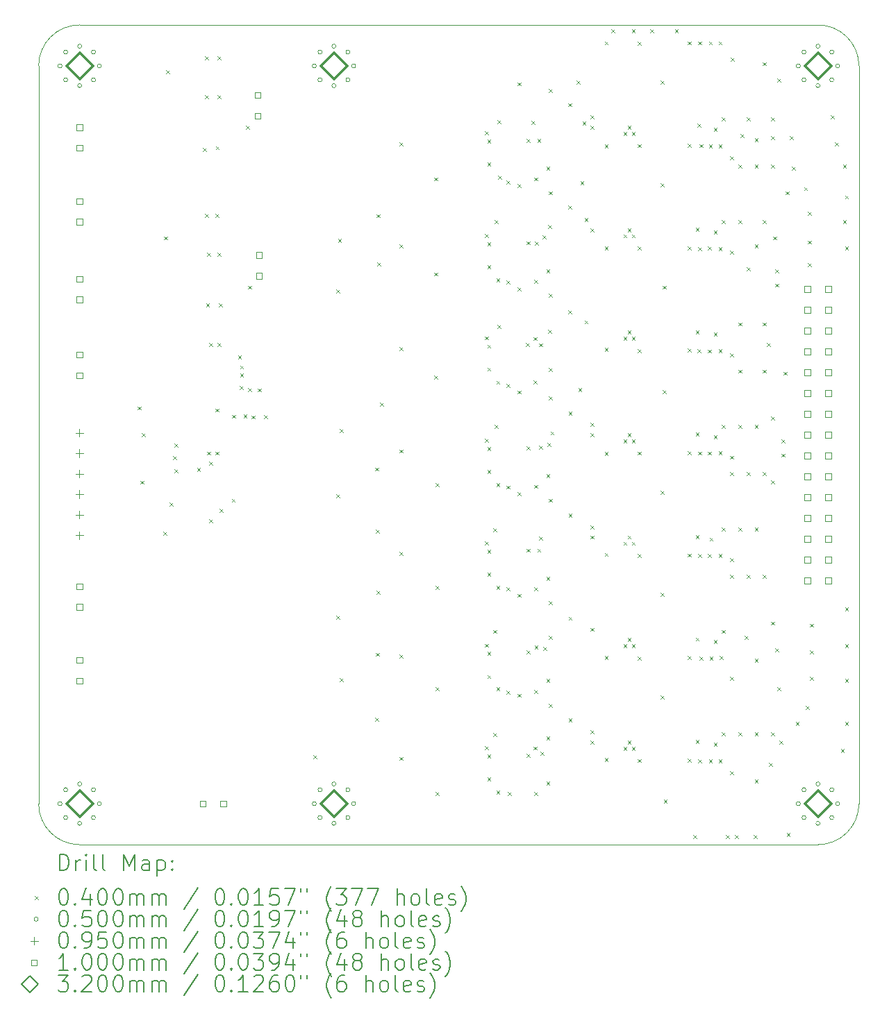
<source format=gbr>
%TF.GenerationSoftware,KiCad,Pcbnew,7.0.10*%
%TF.CreationDate,2024-02-04T21:06:28+01:00*%
%TF.ProjectId,demo_LMP7721,64656d6f-5f4c-44d5-9037-3732312e6b69,rev?*%
%TF.SameCoordinates,Original*%
%TF.FileFunction,Drillmap*%
%TF.FilePolarity,Positive*%
%FSLAX45Y45*%
G04 Gerber Fmt 4.5, Leading zero omitted, Abs format (unit mm)*
G04 Created by KiCad (PCBNEW 7.0.10) date 2024-02-04 21:06:28*
%MOMM*%
%LPD*%
G01*
G04 APERTURE LIST*
%ADD10C,0.100000*%
%ADD11C,0.200000*%
%ADD12C,0.320000*%
G04 APERTURE END LIST*
D10*
X6500000Y-12000000D02*
G75*
G03*
X7000000Y-12500000I500000J0D01*
G01*
X7000000Y-2500000D02*
X16000000Y-2500000D01*
X16000000Y-12500000D02*
G75*
G03*
X16500000Y-12000000I0J500000D01*
G01*
X16000000Y-12500000D02*
X7000000Y-12500000D01*
X16500000Y-3000000D02*
G75*
G03*
X16000000Y-2500000I-500000J0D01*
G01*
X6500000Y-12000000D02*
X6500000Y-3000000D01*
X16500000Y-3000000D02*
X16500000Y-12000000D01*
X7000000Y-2500000D02*
G75*
G03*
X6500000Y-3000000I0J-500000D01*
G01*
D11*
D10*
X7705000Y-7155000D02*
X7745000Y-7195000D01*
X7745000Y-7155000D02*
X7705000Y-7195000D01*
X7740000Y-8060000D02*
X7780000Y-8100000D01*
X7780000Y-8060000D02*
X7740000Y-8100000D01*
X7760000Y-7480000D02*
X7800000Y-7520000D01*
X7800000Y-7480000D02*
X7760000Y-7520000D01*
X8020000Y-8680000D02*
X8060000Y-8720000D01*
X8060000Y-8680000D02*
X8020000Y-8720000D01*
X8030000Y-5080000D02*
X8070000Y-5120000D01*
X8070000Y-5080000D02*
X8030000Y-5120000D01*
X8055000Y-3055000D02*
X8095000Y-3095000D01*
X8095000Y-3055000D02*
X8055000Y-3095000D01*
X8093800Y-8324000D02*
X8133800Y-8364000D01*
X8133800Y-8324000D02*
X8093800Y-8364000D01*
X8140000Y-7760000D02*
X8180000Y-7800000D01*
X8180000Y-7760000D02*
X8140000Y-7800000D01*
X8155000Y-7605000D02*
X8195000Y-7645000D01*
X8195000Y-7605000D02*
X8155000Y-7645000D01*
X8155000Y-7917600D02*
X8195000Y-7957600D01*
X8195000Y-7917600D02*
X8155000Y-7957600D01*
X8430000Y-7905000D02*
X8470000Y-7945000D01*
X8470000Y-7905000D02*
X8430000Y-7945000D01*
X8500000Y-4000000D02*
X8540000Y-4040000D01*
X8540000Y-4000000D02*
X8500000Y-4040000D01*
X8530000Y-2880000D02*
X8570000Y-2920000D01*
X8570000Y-2880000D02*
X8530000Y-2920000D01*
X8530000Y-3355000D02*
X8570000Y-3395000D01*
X8570000Y-3355000D02*
X8530000Y-3395000D01*
X8530000Y-4805000D02*
X8570000Y-4845000D01*
X8570000Y-4805000D02*
X8530000Y-4845000D01*
X8540000Y-5900000D02*
X8580000Y-5940000D01*
X8580000Y-5900000D02*
X8540000Y-5940000D01*
X8555000Y-5280000D02*
X8595000Y-5320000D01*
X8595000Y-5280000D02*
X8555000Y-5320000D01*
X8555000Y-7705000D02*
X8595000Y-7745000D01*
X8595000Y-7705000D02*
X8555000Y-7745000D01*
X8580000Y-6380000D02*
X8620000Y-6420000D01*
X8620000Y-6380000D02*
X8580000Y-6420000D01*
X8580000Y-7830000D02*
X8620000Y-7870000D01*
X8620000Y-7830000D02*
X8580000Y-7870000D01*
X8580000Y-8530000D02*
X8620000Y-8570000D01*
X8620000Y-8530000D02*
X8580000Y-8570000D01*
X8655000Y-4805000D02*
X8695000Y-4845000D01*
X8695000Y-4805000D02*
X8655000Y-4845000D01*
X8655000Y-7180000D02*
X8695000Y-7220000D01*
X8695000Y-7180000D02*
X8655000Y-7220000D01*
X8655000Y-7705000D02*
X8695000Y-7745000D01*
X8695000Y-7705000D02*
X8655000Y-7745000D01*
X8660000Y-3980000D02*
X8700000Y-4020000D01*
X8700000Y-3980000D02*
X8660000Y-4020000D01*
X8680000Y-2880000D02*
X8720000Y-2920000D01*
X8720000Y-2880000D02*
X8680000Y-2920000D01*
X8680000Y-3355000D02*
X8720000Y-3395000D01*
X8720000Y-3355000D02*
X8680000Y-3395000D01*
X8680000Y-5280000D02*
X8720000Y-5320000D01*
X8720000Y-5280000D02*
X8680000Y-5320000D01*
X8680000Y-6380000D02*
X8720000Y-6420000D01*
X8720000Y-6380000D02*
X8680000Y-6420000D01*
X8700000Y-5900000D02*
X8740000Y-5940000D01*
X8740000Y-5900000D02*
X8700000Y-5940000D01*
X8705000Y-8405000D02*
X8745000Y-8445000D01*
X8745000Y-8405000D02*
X8705000Y-8445000D01*
X8855000Y-8280000D02*
X8895000Y-8320000D01*
X8895000Y-8280000D02*
X8855000Y-8320000D01*
X8856500Y-7256500D02*
X8896500Y-7296500D01*
X8896500Y-7256500D02*
X8856500Y-7296500D01*
X8930000Y-6530000D02*
X8970000Y-6570000D01*
X8970000Y-6530000D02*
X8930000Y-6570000D01*
X8953735Y-6903735D02*
X8993735Y-6943735D01*
X8993735Y-6903735D02*
X8953735Y-6943735D01*
X8955000Y-6655000D02*
X8995000Y-6695000D01*
X8995000Y-6655000D02*
X8955000Y-6695000D01*
X8955000Y-6755000D02*
X8995000Y-6795000D01*
X8995000Y-6755000D02*
X8955000Y-6795000D01*
X8998518Y-7250473D02*
X9038518Y-7290473D01*
X9038518Y-7250473D02*
X8998518Y-7290473D01*
X9030000Y-3730000D02*
X9070000Y-3770000D01*
X9070000Y-3730000D02*
X9030000Y-3770000D01*
X9055000Y-5680000D02*
X9095000Y-5720000D01*
X9095000Y-5680000D02*
X9055000Y-5720000D01*
X9055000Y-6930000D02*
X9095000Y-6970000D01*
X9095000Y-6930000D02*
X9055000Y-6970000D01*
X9097500Y-7264706D02*
X9137500Y-7304706D01*
X9137500Y-7264706D02*
X9097500Y-7304706D01*
X9170000Y-6935000D02*
X9210000Y-6975000D01*
X9210000Y-6935000D02*
X9170000Y-6975000D01*
X9245000Y-7260000D02*
X9285000Y-7300000D01*
X9285000Y-7260000D02*
X9245000Y-7300000D01*
X9850000Y-11407500D02*
X9890000Y-11447500D01*
X9890000Y-11407500D02*
X9850000Y-11447500D01*
X10130000Y-5727500D02*
X10170000Y-5767500D01*
X10170000Y-5727500D02*
X10130000Y-5767500D01*
X10130000Y-8227500D02*
X10170000Y-8267500D01*
X10170000Y-8227500D02*
X10130000Y-8267500D01*
X10130000Y-9707500D02*
X10170000Y-9747500D01*
X10170000Y-9707500D02*
X10130000Y-9747500D01*
X10150000Y-5107500D02*
X10190000Y-5147500D01*
X10190000Y-5107500D02*
X10150000Y-5147500D01*
X10170000Y-7427500D02*
X10210000Y-7467500D01*
X10210000Y-7427500D02*
X10170000Y-7467500D01*
X10170000Y-10467500D02*
X10210000Y-10507500D01*
X10210000Y-10467500D02*
X10170000Y-10507500D01*
X10600000Y-7900000D02*
X10640000Y-7940000D01*
X10640000Y-7900000D02*
X10600000Y-7940000D01*
X10600000Y-10950000D02*
X10640000Y-10990000D01*
X10640000Y-10950000D02*
X10600000Y-10990000D01*
X10610000Y-8660000D02*
X10650000Y-8700000D01*
X10650000Y-8660000D02*
X10610000Y-8700000D01*
X10610000Y-10160000D02*
X10650000Y-10200000D01*
X10650000Y-10160000D02*
X10610000Y-10200000D01*
X10620000Y-4810000D02*
X10660000Y-4850000D01*
X10660000Y-4810000D02*
X10620000Y-4850000D01*
X10620000Y-9400000D02*
X10660000Y-9440000D01*
X10660000Y-9400000D02*
X10620000Y-9440000D01*
X10630000Y-5400000D02*
X10670000Y-5440000D01*
X10670000Y-5400000D02*
X10630000Y-5440000D01*
X10660000Y-7110000D02*
X10700000Y-7150000D01*
X10700000Y-7110000D02*
X10660000Y-7150000D01*
X10900000Y-3930000D02*
X10940000Y-3970000D01*
X10940000Y-3930000D02*
X10900000Y-3970000D01*
X10900000Y-5180000D02*
X10940000Y-5220000D01*
X10940000Y-5180000D02*
X10900000Y-5220000D01*
X10900000Y-6430000D02*
X10940000Y-6470000D01*
X10940000Y-6430000D02*
X10900000Y-6470000D01*
X10900000Y-7680000D02*
X10940000Y-7720000D01*
X10940000Y-7680000D02*
X10900000Y-7720000D01*
X10900000Y-8930000D02*
X10940000Y-8970000D01*
X10940000Y-8930000D02*
X10900000Y-8970000D01*
X10900000Y-10180000D02*
X10940000Y-10220000D01*
X10940000Y-10180000D02*
X10900000Y-10220000D01*
X10900000Y-11430000D02*
X10940000Y-11470000D01*
X10940000Y-11430000D02*
X10900000Y-11470000D01*
X11320000Y-4360000D02*
X11360000Y-4400000D01*
X11360000Y-4360000D02*
X11320000Y-4400000D01*
X11320000Y-5520000D02*
X11360000Y-5560000D01*
X11360000Y-5520000D02*
X11320000Y-5560000D01*
X11320000Y-6780000D02*
X11360000Y-6820000D01*
X11360000Y-6780000D02*
X11320000Y-6820000D01*
X11340000Y-8090000D02*
X11380000Y-8130000D01*
X11380000Y-8090000D02*
X11340000Y-8130000D01*
X11340000Y-9340000D02*
X11380000Y-9380000D01*
X11380000Y-9340000D02*
X11340000Y-9380000D01*
X11340000Y-10580000D02*
X11380000Y-10620000D01*
X11380000Y-10580000D02*
X11340000Y-10620000D01*
X11340000Y-11860000D02*
X11380000Y-11900000D01*
X11380000Y-11860000D02*
X11340000Y-11900000D01*
X11940000Y-3800000D02*
X11980000Y-3840000D01*
X11980000Y-3800000D02*
X11940000Y-3840000D01*
X11940000Y-5050000D02*
X11980000Y-5090000D01*
X11980000Y-5050000D02*
X11940000Y-5090000D01*
X11940000Y-6300000D02*
X11980000Y-6340000D01*
X11980000Y-6300000D02*
X11940000Y-6340000D01*
X11940000Y-7550000D02*
X11980000Y-7590000D01*
X11980000Y-7550000D02*
X11940000Y-7590000D01*
X11940000Y-8800000D02*
X11980000Y-8840000D01*
X11980000Y-8800000D02*
X11940000Y-8840000D01*
X11940000Y-10050000D02*
X11980000Y-10090000D01*
X11980000Y-10050000D02*
X11940000Y-10090000D01*
X11940000Y-11300000D02*
X11980000Y-11340000D01*
X11980000Y-11300000D02*
X11940000Y-11340000D01*
X11970000Y-3900000D02*
X12010000Y-3940000D01*
X12010000Y-3900000D02*
X11970000Y-3940000D01*
X11970000Y-4180000D02*
X12010000Y-4220000D01*
X12010000Y-4180000D02*
X11970000Y-4220000D01*
X11970000Y-5150000D02*
X12010000Y-5190000D01*
X12010000Y-5150000D02*
X11970000Y-5190000D01*
X11970000Y-5430000D02*
X12010000Y-5470000D01*
X12010000Y-5430000D02*
X11970000Y-5470000D01*
X11970000Y-6400000D02*
X12010000Y-6440000D01*
X12010000Y-6400000D02*
X11970000Y-6440000D01*
X11970000Y-6680000D02*
X12010000Y-6720000D01*
X12010000Y-6680000D02*
X11970000Y-6720000D01*
X11970000Y-7650000D02*
X12010000Y-7690000D01*
X12010000Y-7650000D02*
X11970000Y-7690000D01*
X11970000Y-7930000D02*
X12010000Y-7970000D01*
X12010000Y-7930000D02*
X11970000Y-7970000D01*
X11970000Y-8900000D02*
X12010000Y-8940000D01*
X12010000Y-8900000D02*
X11970000Y-8940000D01*
X11970000Y-9180000D02*
X12010000Y-9220000D01*
X12010000Y-9180000D02*
X11970000Y-9220000D01*
X11970000Y-10150000D02*
X12010000Y-10190000D01*
X12010000Y-10150000D02*
X11970000Y-10190000D01*
X11970000Y-10430000D02*
X12010000Y-10470000D01*
X12010000Y-10430000D02*
X11970000Y-10470000D01*
X11970000Y-11400000D02*
X12010000Y-11440000D01*
X12010000Y-11400000D02*
X11970000Y-11440000D01*
X11970000Y-11680000D02*
X12010000Y-11720000D01*
X12010000Y-11680000D02*
X11970000Y-11720000D01*
X12040000Y-8640000D02*
X12080000Y-8680000D01*
X12080000Y-8640000D02*
X12040000Y-8680000D01*
X12040000Y-9880000D02*
X12080000Y-9920000D01*
X12080000Y-9880000D02*
X12040000Y-9920000D01*
X12040000Y-11140000D02*
X12080000Y-11180000D01*
X12080000Y-11140000D02*
X12040000Y-11180000D01*
X12060000Y-4880000D02*
X12100000Y-4920000D01*
X12100000Y-4880000D02*
X12060000Y-4920000D01*
X12060000Y-7380000D02*
X12100000Y-7420000D01*
X12100000Y-7380000D02*
X12060000Y-7420000D01*
X12080000Y-5590000D02*
X12120000Y-5630000D01*
X12120000Y-5590000D02*
X12080000Y-5630000D01*
X12080000Y-6840000D02*
X12120000Y-6880000D01*
X12120000Y-6840000D02*
X12080000Y-6880000D01*
X12080000Y-9340000D02*
X12120000Y-9380000D01*
X12120000Y-9340000D02*
X12080000Y-9380000D01*
X12080000Y-10580000D02*
X12120000Y-10620000D01*
X12120000Y-10580000D02*
X12080000Y-10620000D01*
X12080000Y-11840000D02*
X12120000Y-11880000D01*
X12120000Y-11840000D02*
X12080000Y-11880000D01*
X12081138Y-8089484D02*
X12121138Y-8129484D01*
X12121138Y-8089484D02*
X12081138Y-8129484D01*
X12090000Y-3660000D02*
X12130000Y-3700000D01*
X12130000Y-3660000D02*
X12090000Y-3700000D01*
X12090000Y-6160000D02*
X12130000Y-6200000D01*
X12130000Y-6160000D02*
X12090000Y-6200000D01*
X12100000Y-4340000D02*
X12140000Y-4380000D01*
X12140000Y-4340000D02*
X12100000Y-4380000D01*
X12200000Y-4400000D02*
X12240000Y-4440000D01*
X12240000Y-4400000D02*
X12200000Y-4440000D01*
X12200000Y-5620000D02*
X12240000Y-5660000D01*
X12240000Y-5620000D02*
X12200000Y-5660000D01*
X12200000Y-6880000D02*
X12240000Y-6920000D01*
X12240000Y-6880000D02*
X12200000Y-6920000D01*
X12200000Y-8120000D02*
X12240000Y-8160000D01*
X12240000Y-8120000D02*
X12200000Y-8160000D01*
X12200000Y-9360000D02*
X12240000Y-9400000D01*
X12240000Y-9360000D02*
X12200000Y-9400000D01*
X12200000Y-10620000D02*
X12240000Y-10660000D01*
X12240000Y-10620000D02*
X12200000Y-10660000D01*
X12220000Y-11860000D02*
X12260000Y-11900000D01*
X12260000Y-11860000D02*
X12220000Y-11900000D01*
X12340000Y-3200000D02*
X12380000Y-3240000D01*
X12380000Y-3200000D02*
X12340000Y-3240000D01*
X12340000Y-4440000D02*
X12380000Y-4480000D01*
X12380000Y-4440000D02*
X12340000Y-4480000D01*
X12340000Y-5700000D02*
X12380000Y-5740000D01*
X12380000Y-5700000D02*
X12340000Y-5740000D01*
X12340000Y-6960000D02*
X12380000Y-7000000D01*
X12380000Y-6960000D02*
X12340000Y-7000000D01*
X12340000Y-8200000D02*
X12380000Y-8240000D01*
X12380000Y-8200000D02*
X12340000Y-8240000D01*
X12340000Y-9440000D02*
X12380000Y-9480000D01*
X12380000Y-9440000D02*
X12340000Y-9480000D01*
X12340000Y-10660000D02*
X12380000Y-10700000D01*
X12380000Y-10660000D02*
X12340000Y-10700000D01*
X12440000Y-6380000D02*
X12480000Y-6420000D01*
X12480000Y-6380000D02*
X12440000Y-6420000D01*
X12450000Y-3890000D02*
X12490000Y-3930000D01*
X12490000Y-3890000D02*
X12450000Y-3930000D01*
X12450000Y-5140000D02*
X12490000Y-5180000D01*
X12490000Y-5140000D02*
X12450000Y-5180000D01*
X12450000Y-7640000D02*
X12490000Y-7680000D01*
X12490000Y-7640000D02*
X12450000Y-7680000D01*
X12450000Y-8890000D02*
X12490000Y-8930000D01*
X12490000Y-8890000D02*
X12450000Y-8930000D01*
X12450000Y-10130000D02*
X12490000Y-10170000D01*
X12490000Y-10130000D02*
X12450000Y-10170000D01*
X12450000Y-11390000D02*
X12490000Y-11430000D01*
X12490000Y-11390000D02*
X12450000Y-11430000D01*
X12510000Y-3670000D02*
X12550000Y-3710000D01*
X12550000Y-3670000D02*
X12510000Y-3710000D01*
X12530000Y-6307000D02*
X12570000Y-6347000D01*
X12570000Y-6307000D02*
X12530000Y-6347000D01*
X12531000Y-6835000D02*
X12571000Y-6875000D01*
X12571000Y-6835000D02*
X12531000Y-6875000D01*
X12532000Y-11303000D02*
X12572000Y-11343000D01*
X12572000Y-11303000D02*
X12532000Y-11343000D01*
X12540000Y-4360000D02*
X12580000Y-4400000D01*
X12580000Y-4360000D02*
X12540000Y-4400000D01*
X12540000Y-5610000D02*
X12580000Y-5650000D01*
X12580000Y-5610000D02*
X12540000Y-5650000D01*
X12540000Y-8110000D02*
X12580000Y-8150000D01*
X12580000Y-8110000D02*
X12540000Y-8150000D01*
X12540000Y-9360000D02*
X12580000Y-9400000D01*
X12580000Y-9360000D02*
X12540000Y-9400000D01*
X12540000Y-10610000D02*
X12580000Y-10650000D01*
X12580000Y-10610000D02*
X12540000Y-10650000D01*
X12540000Y-11860000D02*
X12580000Y-11900000D01*
X12580000Y-11860000D02*
X12540000Y-11900000D01*
X12546000Y-10074000D02*
X12586000Y-10114000D01*
X12586000Y-10074000D02*
X12546000Y-10114000D01*
X12549994Y-5141111D02*
X12589994Y-5181111D01*
X12589994Y-5141111D02*
X12549994Y-5181111D01*
X12580000Y-3890000D02*
X12620000Y-3930000D01*
X12620000Y-3890000D02*
X12580000Y-3930000D01*
X12580000Y-8890000D02*
X12620000Y-8930000D01*
X12620000Y-8890000D02*
X12580000Y-8930000D01*
X12600000Y-6385000D02*
X12640000Y-6425000D01*
X12640000Y-6385000D02*
X12600000Y-6425000D01*
X12600000Y-7633000D02*
X12640000Y-7673000D01*
X12640000Y-7633000D02*
X12600000Y-7673000D01*
X12600000Y-8740000D02*
X12640000Y-8780000D01*
X12640000Y-8740000D02*
X12600000Y-8780000D01*
X12618000Y-11366000D02*
X12658000Y-11406000D01*
X12658000Y-11366000D02*
X12618000Y-11406000D01*
X12641000Y-5065000D02*
X12681000Y-5105000D01*
X12681000Y-5065000D02*
X12641000Y-5105000D01*
X12654000Y-10091000D02*
X12694000Y-10131000D01*
X12694000Y-10091000D02*
X12654000Y-10131000D01*
X12690000Y-4230000D02*
X12730000Y-4270000D01*
X12730000Y-4230000D02*
X12690000Y-4270000D01*
X12690000Y-5480000D02*
X12730000Y-5520000D01*
X12730000Y-5480000D02*
X12690000Y-5520000D01*
X12690000Y-7980000D02*
X12730000Y-8020000D01*
X12730000Y-7980000D02*
X12690000Y-8020000D01*
X12690000Y-9230000D02*
X12730000Y-9270000D01*
X12730000Y-9230000D02*
X12690000Y-9270000D01*
X12690000Y-10480000D02*
X12730000Y-10520000D01*
X12730000Y-10480000D02*
X12690000Y-10520000D01*
X12690000Y-11180000D02*
X12730000Y-11220000D01*
X12730000Y-11180000D02*
X12690000Y-11220000D01*
X12690000Y-11730000D02*
X12730000Y-11770000D01*
X12730000Y-11730000D02*
X12690000Y-11770000D01*
X12704000Y-7598000D02*
X12744000Y-7638000D01*
X12744000Y-7598000D02*
X12704000Y-7638000D01*
X12710000Y-4940000D02*
X12750000Y-4980000D01*
X12750000Y-4940000D02*
X12710000Y-4980000D01*
X12710000Y-6220000D02*
X12750000Y-6260000D01*
X12750000Y-6220000D02*
X12710000Y-6260000D01*
X12719000Y-6685000D02*
X12759000Y-6725000D01*
X12759000Y-6685000D02*
X12719000Y-6725000D01*
X12720000Y-3280000D02*
X12760000Y-3320000D01*
X12760000Y-3280000D02*
X12720000Y-3320000D01*
X12720000Y-4530000D02*
X12760000Y-4570000D01*
X12760000Y-4530000D02*
X12720000Y-4570000D01*
X12720000Y-5780000D02*
X12760000Y-5820000D01*
X12760000Y-5780000D02*
X12720000Y-5820000D01*
X12720000Y-7030000D02*
X12760000Y-7070000D01*
X12760000Y-7030000D02*
X12720000Y-7070000D01*
X12720000Y-8280000D02*
X12760000Y-8320000D01*
X12760000Y-8280000D02*
X12720000Y-8320000D01*
X12720000Y-9530000D02*
X12760000Y-9570000D01*
X12760000Y-9530000D02*
X12720000Y-9570000D01*
X12720000Y-9950000D02*
X12760000Y-9990000D01*
X12760000Y-9950000D02*
X12720000Y-9990000D01*
X12720000Y-10780000D02*
X12760000Y-10820000D01*
X12760000Y-10780000D02*
X12720000Y-10820000D01*
X12740000Y-7460000D02*
X12780000Y-7500000D01*
X12780000Y-7460000D02*
X12740000Y-7500000D01*
X12955000Y-3455000D02*
X12995000Y-3495000D01*
X12995000Y-3455000D02*
X12955000Y-3495000D01*
X12955000Y-4705000D02*
X12995000Y-4745000D01*
X12995000Y-4705000D02*
X12955000Y-4745000D01*
X12955000Y-5980000D02*
X12995000Y-6020000D01*
X12995000Y-5980000D02*
X12955000Y-6020000D01*
X12960000Y-7220000D02*
X13000000Y-7260000D01*
X13000000Y-7220000D02*
X12960000Y-7260000D01*
X12960000Y-8460000D02*
X13000000Y-8500000D01*
X13000000Y-8460000D02*
X12960000Y-8500000D01*
X12960000Y-9720000D02*
X13000000Y-9760000D01*
X13000000Y-9720000D02*
X12960000Y-9760000D01*
X12960000Y-10960000D02*
X13000000Y-11000000D01*
X13000000Y-10960000D02*
X12960000Y-11000000D01*
X13055000Y-3180000D02*
X13095000Y-3220000D01*
X13095000Y-3180000D02*
X13055000Y-3220000D01*
X13080000Y-6930000D02*
X13120000Y-6970000D01*
X13120000Y-6930000D02*
X13080000Y-6970000D01*
X13105000Y-4405000D02*
X13145000Y-4445000D01*
X13145000Y-4405000D02*
X13105000Y-4445000D01*
X13130000Y-3680000D02*
X13170000Y-3720000D01*
X13170000Y-3680000D02*
X13130000Y-3720000D01*
X13155000Y-4855000D02*
X13195000Y-4895000D01*
X13195000Y-4855000D02*
X13155000Y-4895000D01*
X13155000Y-6105000D02*
X13195000Y-6145000D01*
X13195000Y-6105000D02*
X13155000Y-6145000D01*
X13230000Y-3605000D02*
X13270000Y-3645000D01*
X13270000Y-3605000D02*
X13230000Y-3645000D01*
X13230000Y-3730000D02*
X13270000Y-3770000D01*
X13270000Y-3730000D02*
X13230000Y-3770000D01*
X13230000Y-4980000D02*
X13270000Y-5020000D01*
X13270000Y-4980000D02*
X13230000Y-5020000D01*
X13230000Y-7355000D02*
X13270000Y-7395000D01*
X13270000Y-7355000D02*
X13230000Y-7395000D01*
X13230000Y-7480000D02*
X13270000Y-7520000D01*
X13270000Y-7480000D02*
X13230000Y-7520000D01*
X13230000Y-8605000D02*
X13270000Y-8645000D01*
X13270000Y-8605000D02*
X13230000Y-8645000D01*
X13230000Y-8730000D02*
X13270000Y-8770000D01*
X13270000Y-8730000D02*
X13230000Y-8770000D01*
X13230000Y-9855000D02*
X13270000Y-9895000D01*
X13270000Y-9855000D02*
X13230000Y-9895000D01*
X13230000Y-11105000D02*
X13270000Y-11145000D01*
X13270000Y-11105000D02*
X13230000Y-11145000D01*
X13230000Y-11230000D02*
X13270000Y-11270000D01*
X13270000Y-11230000D02*
X13230000Y-11270000D01*
X13400000Y-2700000D02*
X13440000Y-2740000D01*
X13440000Y-2700000D02*
X13400000Y-2740000D01*
X13400000Y-3960000D02*
X13440000Y-4000000D01*
X13440000Y-3960000D02*
X13400000Y-4000000D01*
X13400000Y-5200000D02*
X13440000Y-5240000D01*
X13440000Y-5200000D02*
X13400000Y-5240000D01*
X13400000Y-6440000D02*
X13440000Y-6480000D01*
X13440000Y-6440000D02*
X13400000Y-6480000D01*
X13400000Y-8940000D02*
X13440000Y-8980000D01*
X13440000Y-8940000D02*
X13400000Y-8980000D01*
X13400000Y-10200000D02*
X13440000Y-10240000D01*
X13440000Y-10200000D02*
X13400000Y-10240000D01*
X13400000Y-11440000D02*
X13440000Y-11480000D01*
X13440000Y-11440000D02*
X13400000Y-11480000D01*
X13401000Y-7706000D02*
X13441000Y-7746000D01*
X13441000Y-7706000D02*
X13401000Y-7746000D01*
X13480000Y-2555000D02*
X13520000Y-2595000D01*
X13520000Y-2555000D02*
X13480000Y-2595000D01*
X13630000Y-3805000D02*
X13670000Y-3845000D01*
X13670000Y-3805000D02*
X13630000Y-3845000D01*
X13630000Y-5055000D02*
X13670000Y-5095000D01*
X13670000Y-5055000D02*
X13630000Y-5095000D01*
X13630000Y-6305000D02*
X13670000Y-6345000D01*
X13670000Y-6305000D02*
X13630000Y-6345000D01*
X13630000Y-7555000D02*
X13670000Y-7595000D01*
X13670000Y-7555000D02*
X13630000Y-7595000D01*
X13630000Y-8805000D02*
X13670000Y-8845000D01*
X13670000Y-8805000D02*
X13630000Y-8845000D01*
X13630000Y-10055000D02*
X13670000Y-10095000D01*
X13670000Y-10055000D02*
X13630000Y-10095000D01*
X13630000Y-11305000D02*
X13670000Y-11345000D01*
X13670000Y-11305000D02*
X13630000Y-11345000D01*
X13680000Y-3730000D02*
X13720000Y-3770000D01*
X13720000Y-3730000D02*
X13680000Y-3770000D01*
X13680000Y-4980000D02*
X13720000Y-5020000D01*
X13720000Y-4980000D02*
X13680000Y-5020000D01*
X13680000Y-6230000D02*
X13720000Y-6270000D01*
X13720000Y-6230000D02*
X13680000Y-6270000D01*
X13680000Y-7480000D02*
X13720000Y-7520000D01*
X13720000Y-7480000D02*
X13680000Y-7520000D01*
X13680000Y-8730000D02*
X13720000Y-8770000D01*
X13720000Y-8730000D02*
X13680000Y-8770000D01*
X13680000Y-9980000D02*
X13720000Y-10020000D01*
X13720000Y-9980000D02*
X13680000Y-10020000D01*
X13680000Y-11230000D02*
X13720000Y-11270000D01*
X13720000Y-11230000D02*
X13680000Y-11270000D01*
X13730000Y-2555000D02*
X13770000Y-2595000D01*
X13770000Y-2555000D02*
X13730000Y-2595000D01*
X13730000Y-3805000D02*
X13770000Y-3845000D01*
X13770000Y-3805000D02*
X13730000Y-3845000D01*
X13730000Y-5055000D02*
X13770000Y-5095000D01*
X13770000Y-5055000D02*
X13730000Y-5095000D01*
X13730000Y-6305000D02*
X13770000Y-6345000D01*
X13770000Y-6305000D02*
X13730000Y-6345000D01*
X13730000Y-7555000D02*
X13770000Y-7595000D01*
X13770000Y-7555000D02*
X13730000Y-7595000D01*
X13730000Y-8805000D02*
X13770000Y-8845000D01*
X13770000Y-8805000D02*
X13730000Y-8845000D01*
X13730000Y-10055000D02*
X13770000Y-10095000D01*
X13770000Y-10055000D02*
X13730000Y-10095000D01*
X13730000Y-11305000D02*
X13770000Y-11345000D01*
X13770000Y-11305000D02*
X13730000Y-11345000D01*
X13800000Y-2705000D02*
X13840000Y-2745000D01*
X13840000Y-2705000D02*
X13800000Y-2745000D01*
X13800000Y-3955000D02*
X13840000Y-3995000D01*
X13840000Y-3955000D02*
X13800000Y-3995000D01*
X13800000Y-5205000D02*
X13840000Y-5245000D01*
X13840000Y-5205000D02*
X13800000Y-5245000D01*
X13800000Y-6455000D02*
X13840000Y-6495000D01*
X13840000Y-6455000D02*
X13800000Y-6495000D01*
X13800000Y-7705000D02*
X13840000Y-7745000D01*
X13840000Y-7705000D02*
X13800000Y-7745000D01*
X13800000Y-8955000D02*
X13840000Y-8995000D01*
X13840000Y-8955000D02*
X13800000Y-8995000D01*
X13800000Y-10205000D02*
X13840000Y-10245000D01*
X13840000Y-10205000D02*
X13800000Y-10245000D01*
X13800000Y-11455000D02*
X13840000Y-11495000D01*
X13840000Y-11455000D02*
X13800000Y-11495000D01*
X13955000Y-2555000D02*
X13995000Y-2595000D01*
X13995000Y-2555000D02*
X13955000Y-2595000D01*
X14080000Y-3180000D02*
X14120000Y-3220000D01*
X14120000Y-3180000D02*
X14080000Y-3220000D01*
X14080000Y-4430000D02*
X14120000Y-4470000D01*
X14120000Y-4430000D02*
X14080000Y-4470000D01*
X14080000Y-8180000D02*
X14120000Y-8220000D01*
X14120000Y-8180000D02*
X14080000Y-8220000D01*
X14080000Y-9430000D02*
X14120000Y-9470000D01*
X14120000Y-9430000D02*
X14080000Y-9470000D01*
X14080000Y-10680000D02*
X14120000Y-10720000D01*
X14120000Y-10680000D02*
X14080000Y-10720000D01*
X14105000Y-5680000D02*
X14145000Y-5720000D01*
X14145000Y-5680000D02*
X14105000Y-5720000D01*
X14105000Y-6955000D02*
X14145000Y-6995000D01*
X14145000Y-6955000D02*
X14105000Y-6995000D01*
X14120000Y-11950000D02*
X14160000Y-11990000D01*
X14160000Y-11950000D02*
X14120000Y-11990000D01*
X14255000Y-2555000D02*
X14295000Y-2595000D01*
X14295000Y-2555000D02*
X14255000Y-2595000D01*
X14410000Y-2700000D02*
X14450000Y-2740000D01*
X14450000Y-2700000D02*
X14410000Y-2740000D01*
X14410000Y-3950000D02*
X14450000Y-3990000D01*
X14450000Y-3950000D02*
X14410000Y-3990000D01*
X14410000Y-5200000D02*
X14450000Y-5240000D01*
X14450000Y-5200000D02*
X14410000Y-5240000D01*
X14410000Y-6450000D02*
X14450000Y-6490000D01*
X14450000Y-6450000D02*
X14410000Y-6490000D01*
X14410000Y-7700000D02*
X14450000Y-7740000D01*
X14450000Y-7700000D02*
X14410000Y-7740000D01*
X14410000Y-8950000D02*
X14450000Y-8990000D01*
X14450000Y-8950000D02*
X14410000Y-8990000D01*
X14410000Y-10200000D02*
X14450000Y-10240000D01*
X14450000Y-10200000D02*
X14410000Y-10240000D01*
X14410000Y-11450000D02*
X14450000Y-11490000D01*
X14450000Y-11450000D02*
X14410000Y-11490000D01*
X14480000Y-12380000D02*
X14520000Y-12420000D01*
X14520000Y-12380000D02*
X14480000Y-12420000D01*
X14509229Y-6226225D02*
X14549229Y-6266225D01*
X14549229Y-6226225D02*
X14509229Y-6266225D01*
X14510131Y-4973377D02*
X14550131Y-5013377D01*
X14550131Y-4973377D02*
X14510131Y-5013377D01*
X14510131Y-7473377D02*
X14550131Y-7513377D01*
X14550131Y-7473377D02*
X14510131Y-7513377D01*
X14510131Y-8723377D02*
X14550131Y-8763377D01*
X14550131Y-8723377D02*
X14510131Y-8763377D01*
X14510131Y-9973377D02*
X14550131Y-10013377D01*
X14550131Y-9973377D02*
X14510131Y-10013377D01*
X14510131Y-11223377D02*
X14550131Y-11263377D01*
X14550131Y-11223377D02*
X14510131Y-11263377D01*
X14530000Y-3705000D02*
X14570000Y-3745000D01*
X14570000Y-3705000D02*
X14530000Y-3745000D01*
X14530000Y-6455000D02*
X14570000Y-6495000D01*
X14570000Y-6455000D02*
X14530000Y-6495000D01*
X14540000Y-2700000D02*
X14580000Y-2740000D01*
X14580000Y-2700000D02*
X14540000Y-2740000D01*
X14540000Y-5210000D02*
X14580000Y-5250000D01*
X14580000Y-5210000D02*
X14540000Y-5250000D01*
X14540000Y-7705000D02*
X14580000Y-7745000D01*
X14580000Y-7705000D02*
X14540000Y-7745000D01*
X14540000Y-8955000D02*
X14580000Y-8995000D01*
X14580000Y-8955000D02*
X14540000Y-8995000D01*
X14540000Y-11460000D02*
X14580000Y-11500000D01*
X14580000Y-11460000D02*
X14540000Y-11500000D01*
X14555000Y-3955000D02*
X14595000Y-3995000D01*
X14595000Y-3955000D02*
X14555000Y-3995000D01*
X14555000Y-10205000D02*
X14595000Y-10245000D01*
X14595000Y-10205000D02*
X14555000Y-10245000D01*
X14660000Y-5205000D02*
X14700000Y-5245000D01*
X14700000Y-5205000D02*
X14660000Y-5245000D01*
X14660000Y-6460000D02*
X14700000Y-6500000D01*
X14700000Y-6460000D02*
X14660000Y-6500000D01*
X14660000Y-7705000D02*
X14700000Y-7745000D01*
X14700000Y-7705000D02*
X14660000Y-7745000D01*
X14660000Y-8955000D02*
X14700000Y-8995000D01*
X14700000Y-8955000D02*
X14660000Y-8995000D01*
X14670000Y-2700000D02*
X14710000Y-2740000D01*
X14710000Y-2700000D02*
X14670000Y-2740000D01*
X14670000Y-3960000D02*
X14710000Y-4000000D01*
X14710000Y-3960000D02*
X14670000Y-4000000D01*
X14670000Y-11460000D02*
X14710000Y-11500000D01*
X14710000Y-11460000D02*
X14670000Y-11500000D01*
X14680000Y-8755000D02*
X14720000Y-8795000D01*
X14720000Y-8755000D02*
X14680000Y-8795000D01*
X14680000Y-10205000D02*
X14720000Y-10245000D01*
X14720000Y-10205000D02*
X14680000Y-10245000D01*
X14730000Y-3755000D02*
X14770000Y-3795000D01*
X14770000Y-3755000D02*
X14730000Y-3795000D01*
X14730000Y-5005000D02*
X14770000Y-5045000D01*
X14770000Y-5005000D02*
X14730000Y-5045000D01*
X14730000Y-6255000D02*
X14770000Y-6295000D01*
X14770000Y-6255000D02*
X14730000Y-6295000D01*
X14730000Y-7505000D02*
X14770000Y-7545000D01*
X14770000Y-7505000D02*
X14730000Y-7545000D01*
X14730000Y-10005000D02*
X14770000Y-10045000D01*
X14770000Y-10005000D02*
X14730000Y-10045000D01*
X14730000Y-11255000D02*
X14770000Y-11295000D01*
X14770000Y-11255000D02*
X14730000Y-11295000D01*
X14790000Y-2700000D02*
X14830000Y-2740000D01*
X14830000Y-2700000D02*
X14790000Y-2740000D01*
X14790000Y-3960000D02*
X14830000Y-4000000D01*
X14830000Y-3960000D02*
X14790000Y-4000000D01*
X14790000Y-5210000D02*
X14830000Y-5250000D01*
X14830000Y-5210000D02*
X14790000Y-5250000D01*
X14790000Y-6455000D02*
X14830000Y-6495000D01*
X14830000Y-6455000D02*
X14790000Y-6495000D01*
X14790000Y-7700000D02*
X14830000Y-7740000D01*
X14830000Y-7700000D02*
X14790000Y-7740000D01*
X14790000Y-8955000D02*
X14830000Y-8995000D01*
X14830000Y-8955000D02*
X14790000Y-8995000D01*
X14790000Y-11460000D02*
X14830000Y-11500000D01*
X14830000Y-11460000D02*
X14790000Y-11500000D01*
X14800000Y-10200000D02*
X14840000Y-10240000D01*
X14840000Y-10200000D02*
X14800000Y-10240000D01*
X14830000Y-3630000D02*
X14870000Y-3670000D01*
X14870000Y-3630000D02*
X14830000Y-3670000D01*
X14830000Y-4880000D02*
X14870000Y-4920000D01*
X14870000Y-4880000D02*
X14830000Y-4920000D01*
X14830000Y-7380000D02*
X14870000Y-7420000D01*
X14870000Y-7380000D02*
X14830000Y-7420000D01*
X14830000Y-8630000D02*
X14870000Y-8670000D01*
X14870000Y-8630000D02*
X14830000Y-8670000D01*
X14830000Y-9880000D02*
X14870000Y-9920000D01*
X14870000Y-9880000D02*
X14830000Y-9920000D01*
X14830000Y-11130000D02*
X14870000Y-11170000D01*
X14870000Y-11130000D02*
X14830000Y-11170000D01*
X14880000Y-12380000D02*
X14920000Y-12420000D01*
X14920000Y-12380000D02*
X14880000Y-12420000D01*
X14930000Y-4105000D02*
X14970000Y-4145000D01*
X14970000Y-4105000D02*
X14930000Y-4145000D01*
X14930000Y-5255000D02*
X14970000Y-5295000D01*
X14970000Y-5255000D02*
X14930000Y-5295000D01*
X14930000Y-6505000D02*
X14970000Y-6545000D01*
X14970000Y-6505000D02*
X14930000Y-6545000D01*
X14930000Y-7755000D02*
X14970000Y-7795000D01*
X14970000Y-7755000D02*
X14930000Y-7795000D01*
X14930000Y-7955000D02*
X14970000Y-7995000D01*
X14970000Y-7955000D02*
X14930000Y-7995000D01*
X14930000Y-9005000D02*
X14970000Y-9045000D01*
X14970000Y-9005000D02*
X14930000Y-9045000D01*
X14930000Y-9205000D02*
X14970000Y-9245000D01*
X14970000Y-9205000D02*
X14930000Y-9245000D01*
X14930000Y-10455000D02*
X14970000Y-10495000D01*
X14970000Y-10455000D02*
X14930000Y-10495000D01*
X14930000Y-11605000D02*
X14970000Y-11645000D01*
X14970000Y-11605000D02*
X14930000Y-11645000D01*
X14940000Y-2900000D02*
X14980000Y-2940000D01*
X14980000Y-2900000D02*
X14940000Y-2940000D01*
X14990000Y-12380000D02*
X15030000Y-12420000D01*
X15030000Y-12380000D02*
X14990000Y-12420000D01*
X15030000Y-4205000D02*
X15070000Y-4245000D01*
X15070000Y-4205000D02*
X15030000Y-4245000D01*
X15030000Y-4880000D02*
X15070000Y-4920000D01*
X15070000Y-4880000D02*
X15030000Y-4920000D01*
X15030000Y-6130000D02*
X15070000Y-6170000D01*
X15070000Y-6130000D02*
X15030000Y-6170000D01*
X15030000Y-6705000D02*
X15070000Y-6745000D01*
X15070000Y-6705000D02*
X15030000Y-6745000D01*
X15030000Y-7380000D02*
X15070000Y-7420000D01*
X15070000Y-7380000D02*
X15030000Y-7420000D01*
X15030000Y-8630000D02*
X15070000Y-8670000D01*
X15070000Y-8630000D02*
X15030000Y-8670000D01*
X15030000Y-11130000D02*
X15070000Y-11170000D01*
X15070000Y-11130000D02*
X15030000Y-11170000D01*
X15055000Y-3830000D02*
X15095000Y-3870000D01*
X15095000Y-3830000D02*
X15055000Y-3870000D01*
X15105000Y-9955000D02*
X15145000Y-9995000D01*
X15145000Y-9955000D02*
X15105000Y-9995000D01*
X15130000Y-3630000D02*
X15170000Y-3670000D01*
X15170000Y-3630000D02*
X15130000Y-3670000D01*
X15130000Y-5455000D02*
X15170000Y-5495000D01*
X15170000Y-5455000D02*
X15130000Y-5495000D01*
X15130000Y-7955000D02*
X15170000Y-7995000D01*
X15170000Y-7955000D02*
X15130000Y-7995000D01*
X15130000Y-9205000D02*
X15170000Y-9245000D01*
X15170000Y-9205000D02*
X15130000Y-9245000D01*
X15220000Y-12380000D02*
X15260000Y-12420000D01*
X15260000Y-12380000D02*
X15220000Y-12420000D01*
X15230000Y-3880000D02*
X15270000Y-3920000D01*
X15270000Y-3880000D02*
X15230000Y-3920000D01*
X15230000Y-4205000D02*
X15270000Y-4245000D01*
X15270000Y-4205000D02*
X15230000Y-4245000D01*
X15230000Y-5180000D02*
X15270000Y-5220000D01*
X15270000Y-5180000D02*
X15230000Y-5220000D01*
X15230000Y-7380000D02*
X15270000Y-7420000D01*
X15270000Y-7380000D02*
X15230000Y-7420000D01*
X15230000Y-8630000D02*
X15270000Y-8670000D01*
X15270000Y-8630000D02*
X15230000Y-8670000D01*
X15230000Y-10230000D02*
X15270000Y-10270000D01*
X15270000Y-10230000D02*
X15230000Y-10270000D01*
X15230000Y-11130000D02*
X15270000Y-11170000D01*
X15270000Y-11130000D02*
X15230000Y-11170000D01*
X15230000Y-11705000D02*
X15270000Y-11745000D01*
X15270000Y-11705000D02*
X15230000Y-11745000D01*
X15330000Y-2955000D02*
X15370000Y-2995000D01*
X15370000Y-2955000D02*
X15330000Y-2995000D01*
X15330000Y-4880000D02*
X15370000Y-4920000D01*
X15370000Y-4880000D02*
X15330000Y-4920000D01*
X15330000Y-6130000D02*
X15370000Y-6170000D01*
X15370000Y-6130000D02*
X15330000Y-6170000D01*
X15330000Y-6705000D02*
X15370000Y-6745000D01*
X15370000Y-6705000D02*
X15330000Y-6745000D01*
X15330000Y-7955000D02*
X15370000Y-7995000D01*
X15370000Y-7955000D02*
X15330000Y-7995000D01*
X15330000Y-9205000D02*
X15370000Y-9245000D01*
X15370000Y-9205000D02*
X15330000Y-9245000D01*
X15380000Y-6380000D02*
X15420000Y-6420000D01*
X15420000Y-6380000D02*
X15380000Y-6420000D01*
X15405000Y-11505000D02*
X15445000Y-11545000D01*
X15445000Y-11505000D02*
X15405000Y-11545000D01*
X15430000Y-3630000D02*
X15470000Y-3670000D01*
X15470000Y-3630000D02*
X15430000Y-3670000D01*
X15430000Y-3855000D02*
X15470000Y-3895000D01*
X15470000Y-3855000D02*
X15430000Y-3895000D01*
X15430000Y-4205000D02*
X15470000Y-4245000D01*
X15470000Y-4205000D02*
X15430000Y-4245000D01*
X15430000Y-7280000D02*
X15470000Y-7320000D01*
X15470000Y-7280000D02*
X15430000Y-7320000D01*
X15430000Y-8055000D02*
X15470000Y-8095000D01*
X15470000Y-8055000D02*
X15430000Y-8095000D01*
X15430000Y-9780000D02*
X15470000Y-9820000D01*
X15470000Y-9780000D02*
X15430000Y-9820000D01*
X15430000Y-11130000D02*
X15470000Y-11170000D01*
X15470000Y-11130000D02*
X15430000Y-11170000D01*
X15455000Y-5080000D02*
X15495000Y-5120000D01*
X15495000Y-5080000D02*
X15455000Y-5120000D01*
X15480000Y-5480000D02*
X15520000Y-5520000D01*
X15520000Y-5480000D02*
X15480000Y-5520000D01*
X15480000Y-5655000D02*
X15520000Y-5695000D01*
X15520000Y-5655000D02*
X15480000Y-5695000D01*
X15480000Y-10105000D02*
X15520000Y-10145000D01*
X15520000Y-10105000D02*
X15480000Y-10145000D01*
X15505000Y-3155000D02*
X15545000Y-3195000D01*
X15545000Y-3155000D02*
X15505000Y-3195000D01*
X15505000Y-10580000D02*
X15545000Y-10620000D01*
X15545000Y-10580000D02*
X15505000Y-10620000D01*
X15530000Y-11230000D02*
X15570000Y-11270000D01*
X15570000Y-11230000D02*
X15530000Y-11270000D01*
X15555000Y-7555000D02*
X15595000Y-7595000D01*
X15595000Y-7555000D02*
X15555000Y-7595000D01*
X15555000Y-7730000D02*
X15595000Y-7770000D01*
X15595000Y-7730000D02*
X15555000Y-7770000D01*
X15580000Y-6730000D02*
X15620000Y-6770000D01*
X15620000Y-6730000D02*
X15580000Y-6770000D01*
X15605000Y-4530000D02*
X15645000Y-4570000D01*
X15645000Y-4530000D02*
X15605000Y-4570000D01*
X15620000Y-12360000D02*
X15660000Y-12400000D01*
X15660000Y-12360000D02*
X15620000Y-12400000D01*
X15655000Y-3855000D02*
X15695000Y-3895000D01*
X15695000Y-3855000D02*
X15655000Y-3895000D01*
X15680000Y-4230000D02*
X15720000Y-4270000D01*
X15720000Y-4230000D02*
X15680000Y-4270000D01*
X15730000Y-11005000D02*
X15770000Y-11045000D01*
X15770000Y-11005000D02*
X15730000Y-11045000D01*
X15830000Y-4480000D02*
X15870000Y-4520000D01*
X15870000Y-4480000D02*
X15830000Y-4520000D01*
X15855000Y-10805000D02*
X15895000Y-10845000D01*
X15895000Y-10805000D02*
X15855000Y-10845000D01*
X15880000Y-4780000D02*
X15920000Y-4820000D01*
X15920000Y-4780000D02*
X15880000Y-4820000D01*
X15880000Y-5130000D02*
X15920000Y-5170000D01*
X15920000Y-5130000D02*
X15880000Y-5170000D01*
X15880000Y-5405000D02*
X15920000Y-5445000D01*
X15920000Y-5405000D02*
X15880000Y-5445000D01*
X15905000Y-9805000D02*
X15945000Y-9845000D01*
X15945000Y-9805000D02*
X15905000Y-9845000D01*
X15905000Y-10130000D02*
X15945000Y-10170000D01*
X15945000Y-10130000D02*
X15905000Y-10170000D01*
X15905000Y-10455000D02*
X15945000Y-10495000D01*
X15945000Y-10455000D02*
X15905000Y-10495000D01*
X16155000Y-3605000D02*
X16195000Y-3645000D01*
X16195000Y-3605000D02*
X16155000Y-3645000D01*
X16205000Y-3930000D02*
X16245000Y-3970000D01*
X16245000Y-3930000D02*
X16205000Y-3970000D01*
X16280000Y-11330000D02*
X16320000Y-11370000D01*
X16320000Y-11330000D02*
X16280000Y-11370000D01*
X16305000Y-4205000D02*
X16345000Y-4245000D01*
X16345000Y-4205000D02*
X16305000Y-4245000D01*
X16305000Y-4880000D02*
X16345000Y-4920000D01*
X16345000Y-4880000D02*
X16305000Y-4920000D01*
X16330000Y-4580000D02*
X16370000Y-4620000D01*
X16370000Y-4580000D02*
X16330000Y-4620000D01*
X16330000Y-5205000D02*
X16370000Y-5245000D01*
X16370000Y-5205000D02*
X16330000Y-5245000D01*
X16330000Y-9605000D02*
X16370000Y-9645000D01*
X16370000Y-9605000D02*
X16330000Y-9645000D01*
X16330000Y-10055000D02*
X16370000Y-10095000D01*
X16370000Y-10055000D02*
X16330000Y-10095000D01*
X16330000Y-10480000D02*
X16370000Y-10520000D01*
X16370000Y-10480000D02*
X16330000Y-10520000D01*
X16330000Y-11005000D02*
X16370000Y-11045000D01*
X16370000Y-11005000D02*
X16330000Y-11045000D01*
X6785000Y-3000000D02*
G75*
G03*
X6735000Y-3000000I-25000J0D01*
G01*
X6735000Y-3000000D02*
G75*
G03*
X6785000Y-3000000I25000J0D01*
G01*
X6785000Y-12000000D02*
G75*
G03*
X6735000Y-12000000I-25000J0D01*
G01*
X6735000Y-12000000D02*
G75*
G03*
X6785000Y-12000000I25000J0D01*
G01*
X6855294Y-2830294D02*
G75*
G03*
X6805294Y-2830294I-25000J0D01*
G01*
X6805294Y-2830294D02*
G75*
G03*
X6855294Y-2830294I25000J0D01*
G01*
X6855294Y-3169706D02*
G75*
G03*
X6805294Y-3169706I-25000J0D01*
G01*
X6805294Y-3169706D02*
G75*
G03*
X6855294Y-3169706I25000J0D01*
G01*
X6855294Y-11830294D02*
G75*
G03*
X6805294Y-11830294I-25000J0D01*
G01*
X6805294Y-11830294D02*
G75*
G03*
X6855294Y-11830294I25000J0D01*
G01*
X6855294Y-12169706D02*
G75*
G03*
X6805294Y-12169706I-25000J0D01*
G01*
X6805294Y-12169706D02*
G75*
G03*
X6855294Y-12169706I25000J0D01*
G01*
X7025000Y-2760000D02*
G75*
G03*
X6975000Y-2760000I-25000J0D01*
G01*
X6975000Y-2760000D02*
G75*
G03*
X7025000Y-2760000I25000J0D01*
G01*
X7025000Y-3240000D02*
G75*
G03*
X6975000Y-3240000I-25000J0D01*
G01*
X6975000Y-3240000D02*
G75*
G03*
X7025000Y-3240000I25000J0D01*
G01*
X7025000Y-11760000D02*
G75*
G03*
X6975000Y-11760000I-25000J0D01*
G01*
X6975000Y-11760000D02*
G75*
G03*
X7025000Y-11760000I25000J0D01*
G01*
X7025000Y-12240000D02*
G75*
G03*
X6975000Y-12240000I-25000J0D01*
G01*
X6975000Y-12240000D02*
G75*
G03*
X7025000Y-12240000I25000J0D01*
G01*
X7194706Y-2830294D02*
G75*
G03*
X7144706Y-2830294I-25000J0D01*
G01*
X7144706Y-2830294D02*
G75*
G03*
X7194706Y-2830294I25000J0D01*
G01*
X7194706Y-3169706D02*
G75*
G03*
X7144706Y-3169706I-25000J0D01*
G01*
X7144706Y-3169706D02*
G75*
G03*
X7194706Y-3169706I25000J0D01*
G01*
X7194706Y-11830294D02*
G75*
G03*
X7144706Y-11830294I-25000J0D01*
G01*
X7144706Y-11830294D02*
G75*
G03*
X7194706Y-11830294I25000J0D01*
G01*
X7194706Y-12169706D02*
G75*
G03*
X7144706Y-12169706I-25000J0D01*
G01*
X7144706Y-12169706D02*
G75*
G03*
X7194706Y-12169706I25000J0D01*
G01*
X7265000Y-3000000D02*
G75*
G03*
X7215000Y-3000000I-25000J0D01*
G01*
X7215000Y-3000000D02*
G75*
G03*
X7265000Y-3000000I25000J0D01*
G01*
X7265000Y-12000000D02*
G75*
G03*
X7215000Y-12000000I-25000J0D01*
G01*
X7215000Y-12000000D02*
G75*
G03*
X7265000Y-12000000I25000J0D01*
G01*
X9885000Y-3000000D02*
G75*
G03*
X9835000Y-3000000I-25000J0D01*
G01*
X9835000Y-3000000D02*
G75*
G03*
X9885000Y-3000000I25000J0D01*
G01*
X9885000Y-12000000D02*
G75*
G03*
X9835000Y-12000000I-25000J0D01*
G01*
X9835000Y-12000000D02*
G75*
G03*
X9885000Y-12000000I25000J0D01*
G01*
X9955294Y-2830294D02*
G75*
G03*
X9905294Y-2830294I-25000J0D01*
G01*
X9905294Y-2830294D02*
G75*
G03*
X9955294Y-2830294I25000J0D01*
G01*
X9955294Y-3169706D02*
G75*
G03*
X9905294Y-3169706I-25000J0D01*
G01*
X9905294Y-3169706D02*
G75*
G03*
X9955294Y-3169706I25000J0D01*
G01*
X9955294Y-11830294D02*
G75*
G03*
X9905294Y-11830294I-25000J0D01*
G01*
X9905294Y-11830294D02*
G75*
G03*
X9955294Y-11830294I25000J0D01*
G01*
X9955294Y-12169706D02*
G75*
G03*
X9905294Y-12169706I-25000J0D01*
G01*
X9905294Y-12169706D02*
G75*
G03*
X9955294Y-12169706I25000J0D01*
G01*
X10125000Y-2760000D02*
G75*
G03*
X10075000Y-2760000I-25000J0D01*
G01*
X10075000Y-2760000D02*
G75*
G03*
X10125000Y-2760000I25000J0D01*
G01*
X10125000Y-3240000D02*
G75*
G03*
X10075000Y-3240000I-25000J0D01*
G01*
X10075000Y-3240000D02*
G75*
G03*
X10125000Y-3240000I25000J0D01*
G01*
X10125000Y-11760000D02*
G75*
G03*
X10075000Y-11760000I-25000J0D01*
G01*
X10075000Y-11760000D02*
G75*
G03*
X10125000Y-11760000I25000J0D01*
G01*
X10125000Y-12240000D02*
G75*
G03*
X10075000Y-12240000I-25000J0D01*
G01*
X10075000Y-12240000D02*
G75*
G03*
X10125000Y-12240000I25000J0D01*
G01*
X10294706Y-2830294D02*
G75*
G03*
X10244706Y-2830294I-25000J0D01*
G01*
X10244706Y-2830294D02*
G75*
G03*
X10294706Y-2830294I25000J0D01*
G01*
X10294706Y-3169706D02*
G75*
G03*
X10244706Y-3169706I-25000J0D01*
G01*
X10244706Y-3169706D02*
G75*
G03*
X10294706Y-3169706I25000J0D01*
G01*
X10294706Y-11830294D02*
G75*
G03*
X10244706Y-11830294I-25000J0D01*
G01*
X10244706Y-11830294D02*
G75*
G03*
X10294706Y-11830294I25000J0D01*
G01*
X10294706Y-12169706D02*
G75*
G03*
X10244706Y-12169706I-25000J0D01*
G01*
X10244706Y-12169706D02*
G75*
G03*
X10294706Y-12169706I25000J0D01*
G01*
X10365000Y-3000000D02*
G75*
G03*
X10315000Y-3000000I-25000J0D01*
G01*
X10315000Y-3000000D02*
G75*
G03*
X10365000Y-3000000I25000J0D01*
G01*
X10365000Y-12000000D02*
G75*
G03*
X10315000Y-12000000I-25000J0D01*
G01*
X10315000Y-12000000D02*
G75*
G03*
X10365000Y-12000000I25000J0D01*
G01*
X15785000Y-3000000D02*
G75*
G03*
X15735000Y-3000000I-25000J0D01*
G01*
X15735000Y-3000000D02*
G75*
G03*
X15785000Y-3000000I25000J0D01*
G01*
X15785000Y-12000000D02*
G75*
G03*
X15735000Y-12000000I-25000J0D01*
G01*
X15735000Y-12000000D02*
G75*
G03*
X15785000Y-12000000I25000J0D01*
G01*
X15855294Y-2830294D02*
G75*
G03*
X15805294Y-2830294I-25000J0D01*
G01*
X15805294Y-2830294D02*
G75*
G03*
X15855294Y-2830294I25000J0D01*
G01*
X15855294Y-3169706D02*
G75*
G03*
X15805294Y-3169706I-25000J0D01*
G01*
X15805294Y-3169706D02*
G75*
G03*
X15855294Y-3169706I25000J0D01*
G01*
X15855294Y-11830294D02*
G75*
G03*
X15805294Y-11830294I-25000J0D01*
G01*
X15805294Y-11830294D02*
G75*
G03*
X15855294Y-11830294I25000J0D01*
G01*
X15855294Y-12169706D02*
G75*
G03*
X15805294Y-12169706I-25000J0D01*
G01*
X15805294Y-12169706D02*
G75*
G03*
X15855294Y-12169706I25000J0D01*
G01*
X16025000Y-2760000D02*
G75*
G03*
X15975000Y-2760000I-25000J0D01*
G01*
X15975000Y-2760000D02*
G75*
G03*
X16025000Y-2760000I25000J0D01*
G01*
X16025000Y-3240000D02*
G75*
G03*
X15975000Y-3240000I-25000J0D01*
G01*
X15975000Y-3240000D02*
G75*
G03*
X16025000Y-3240000I25000J0D01*
G01*
X16025000Y-11760000D02*
G75*
G03*
X15975000Y-11760000I-25000J0D01*
G01*
X15975000Y-11760000D02*
G75*
G03*
X16025000Y-11760000I25000J0D01*
G01*
X16025000Y-12240000D02*
G75*
G03*
X15975000Y-12240000I-25000J0D01*
G01*
X15975000Y-12240000D02*
G75*
G03*
X16025000Y-12240000I25000J0D01*
G01*
X16194706Y-2830294D02*
G75*
G03*
X16144706Y-2830294I-25000J0D01*
G01*
X16144706Y-2830294D02*
G75*
G03*
X16194706Y-2830294I25000J0D01*
G01*
X16194706Y-3169706D02*
G75*
G03*
X16144706Y-3169706I-25000J0D01*
G01*
X16144706Y-3169706D02*
G75*
G03*
X16194706Y-3169706I25000J0D01*
G01*
X16194706Y-11830294D02*
G75*
G03*
X16144706Y-11830294I-25000J0D01*
G01*
X16144706Y-11830294D02*
G75*
G03*
X16194706Y-11830294I25000J0D01*
G01*
X16194706Y-12169706D02*
G75*
G03*
X16144706Y-12169706I-25000J0D01*
G01*
X16144706Y-12169706D02*
G75*
G03*
X16194706Y-12169706I25000J0D01*
G01*
X16265000Y-3000000D02*
G75*
G03*
X16215000Y-3000000I-25000J0D01*
G01*
X16215000Y-3000000D02*
G75*
G03*
X16265000Y-3000000I25000J0D01*
G01*
X16265000Y-12000000D02*
G75*
G03*
X16215000Y-12000000I-25000J0D01*
G01*
X16215000Y-12000000D02*
G75*
G03*
X16265000Y-12000000I25000J0D01*
G01*
X6997500Y-7427500D02*
X6997500Y-7522500D01*
X6950000Y-7475000D02*
X7045000Y-7475000D01*
X6997500Y-7677500D02*
X6997500Y-7772500D01*
X6950000Y-7725000D02*
X7045000Y-7725000D01*
X6997500Y-7927500D02*
X6997500Y-8022500D01*
X6950000Y-7975000D02*
X7045000Y-7975000D01*
X6997500Y-8177500D02*
X6997500Y-8272500D01*
X6950000Y-8225000D02*
X7045000Y-8225000D01*
X6997500Y-8427500D02*
X6997500Y-8522500D01*
X6950000Y-8475000D02*
X7045000Y-8475000D01*
X6997500Y-8677500D02*
X6997500Y-8772500D01*
X6950000Y-8725000D02*
X7045000Y-8725000D01*
X7032856Y-6560356D02*
X7032856Y-6489644D01*
X6962144Y-6489644D01*
X6962144Y-6560356D01*
X7032856Y-6560356D01*
X7032856Y-6810356D02*
X7032856Y-6739644D01*
X6962144Y-6739644D01*
X6962144Y-6810356D01*
X7032856Y-6810356D01*
X7035356Y-3785356D02*
X7035356Y-3714644D01*
X6964644Y-3714644D01*
X6964644Y-3785356D01*
X7035356Y-3785356D01*
X7035356Y-4035356D02*
X7035356Y-3964644D01*
X6964644Y-3964644D01*
X6964644Y-4035356D01*
X7035356Y-4035356D01*
X7035356Y-4685356D02*
X7035356Y-4614644D01*
X6964644Y-4614644D01*
X6964644Y-4685356D01*
X7035356Y-4685356D01*
X7035356Y-4935356D02*
X7035356Y-4864644D01*
X6964644Y-4864644D01*
X6964644Y-4935356D01*
X7035356Y-4935356D01*
X7035356Y-5635356D02*
X7035356Y-5564644D01*
X6964644Y-5564644D01*
X6964644Y-5635356D01*
X7035356Y-5635356D01*
X7035356Y-5885356D02*
X7035356Y-5814644D01*
X6964644Y-5814644D01*
X6964644Y-5885356D01*
X7035356Y-5885356D01*
X7035356Y-9385356D02*
X7035356Y-9314644D01*
X6964644Y-9314644D01*
X6964644Y-9385356D01*
X7035356Y-9385356D01*
X7035356Y-9635356D02*
X7035356Y-9564644D01*
X6964644Y-9564644D01*
X6964644Y-9635356D01*
X7035356Y-9635356D01*
X7035356Y-10285356D02*
X7035356Y-10214644D01*
X6964644Y-10214644D01*
X6964644Y-10285356D01*
X7035356Y-10285356D01*
X7035356Y-10535356D02*
X7035356Y-10464644D01*
X6964644Y-10464644D01*
X6964644Y-10535356D01*
X7035356Y-10535356D01*
X8535356Y-12035356D02*
X8535356Y-11964644D01*
X8464644Y-11964644D01*
X8464644Y-12035356D01*
X8535356Y-12035356D01*
X8785356Y-12035356D02*
X8785356Y-11964644D01*
X8714644Y-11964644D01*
X8714644Y-12035356D01*
X8785356Y-12035356D01*
X9203356Y-3388856D02*
X9203356Y-3318144D01*
X9132644Y-3318144D01*
X9132644Y-3388856D01*
X9203356Y-3388856D01*
X9203356Y-3642856D02*
X9203356Y-3572144D01*
X9132644Y-3572144D01*
X9132644Y-3642856D01*
X9203356Y-3642856D01*
X9220356Y-5341856D02*
X9220356Y-5271144D01*
X9149644Y-5271144D01*
X9149644Y-5341856D01*
X9220356Y-5341856D01*
X9220356Y-5595856D02*
X9220356Y-5525144D01*
X9149644Y-5525144D01*
X9149644Y-5595856D01*
X9220356Y-5595856D01*
X15907856Y-5757356D02*
X15907856Y-5686644D01*
X15837144Y-5686644D01*
X15837144Y-5757356D01*
X15907856Y-5757356D01*
X15907856Y-6011356D02*
X15907856Y-5940644D01*
X15837144Y-5940644D01*
X15837144Y-6011356D01*
X15907856Y-6011356D01*
X15907856Y-6265356D02*
X15907856Y-6194644D01*
X15837144Y-6194644D01*
X15837144Y-6265356D01*
X15907856Y-6265356D01*
X15907856Y-6519356D02*
X15907856Y-6448644D01*
X15837144Y-6448644D01*
X15837144Y-6519356D01*
X15907856Y-6519356D01*
X15907856Y-6773356D02*
X15907856Y-6702644D01*
X15837144Y-6702644D01*
X15837144Y-6773356D01*
X15907856Y-6773356D01*
X15907856Y-7027356D02*
X15907856Y-6956644D01*
X15837144Y-6956644D01*
X15837144Y-7027356D01*
X15907856Y-7027356D01*
X15907856Y-7281356D02*
X15907856Y-7210644D01*
X15837144Y-7210644D01*
X15837144Y-7281356D01*
X15907856Y-7281356D01*
X15907856Y-7535356D02*
X15907856Y-7464644D01*
X15837144Y-7464644D01*
X15837144Y-7535356D01*
X15907856Y-7535356D01*
X15907856Y-7789356D02*
X15907856Y-7718644D01*
X15837144Y-7718644D01*
X15837144Y-7789356D01*
X15907856Y-7789356D01*
X15907856Y-8043356D02*
X15907856Y-7972644D01*
X15837144Y-7972644D01*
X15837144Y-8043356D01*
X15907856Y-8043356D01*
X15907856Y-8297356D02*
X15907856Y-8226644D01*
X15837144Y-8226644D01*
X15837144Y-8297356D01*
X15907856Y-8297356D01*
X15907856Y-8551356D02*
X15907856Y-8480644D01*
X15837144Y-8480644D01*
X15837144Y-8551356D01*
X15907856Y-8551356D01*
X15907856Y-8805356D02*
X15907856Y-8734644D01*
X15837144Y-8734644D01*
X15837144Y-8805356D01*
X15907856Y-8805356D01*
X15907856Y-9059356D02*
X15907856Y-8988644D01*
X15837144Y-8988644D01*
X15837144Y-9059356D01*
X15907856Y-9059356D01*
X15907856Y-9313356D02*
X15907856Y-9242644D01*
X15837144Y-9242644D01*
X15837144Y-9313356D01*
X15907856Y-9313356D01*
X16161856Y-5757356D02*
X16161856Y-5686644D01*
X16091144Y-5686644D01*
X16091144Y-5757356D01*
X16161856Y-5757356D01*
X16161856Y-6011356D02*
X16161856Y-5940644D01*
X16091144Y-5940644D01*
X16091144Y-6011356D01*
X16161856Y-6011356D01*
X16161856Y-6265356D02*
X16161856Y-6194644D01*
X16091144Y-6194644D01*
X16091144Y-6265356D01*
X16161856Y-6265356D01*
X16161856Y-6519356D02*
X16161856Y-6448644D01*
X16091144Y-6448644D01*
X16091144Y-6519356D01*
X16161856Y-6519356D01*
X16161856Y-6773356D02*
X16161856Y-6702644D01*
X16091144Y-6702644D01*
X16091144Y-6773356D01*
X16161856Y-6773356D01*
X16161856Y-7027356D02*
X16161856Y-6956644D01*
X16091144Y-6956644D01*
X16091144Y-7027356D01*
X16161856Y-7027356D01*
X16161856Y-7281356D02*
X16161856Y-7210644D01*
X16091144Y-7210644D01*
X16091144Y-7281356D01*
X16161856Y-7281356D01*
X16161856Y-7535356D02*
X16161856Y-7464644D01*
X16091144Y-7464644D01*
X16091144Y-7535356D01*
X16161856Y-7535356D01*
X16161856Y-7789356D02*
X16161856Y-7718644D01*
X16091144Y-7718644D01*
X16091144Y-7789356D01*
X16161856Y-7789356D01*
X16161856Y-8043356D02*
X16161856Y-7972644D01*
X16091144Y-7972644D01*
X16091144Y-8043356D01*
X16161856Y-8043356D01*
X16161856Y-8297356D02*
X16161856Y-8226644D01*
X16091144Y-8226644D01*
X16091144Y-8297356D01*
X16161856Y-8297356D01*
X16161856Y-8551356D02*
X16161856Y-8480644D01*
X16091144Y-8480644D01*
X16091144Y-8551356D01*
X16161856Y-8551356D01*
X16161856Y-8805356D02*
X16161856Y-8734644D01*
X16091144Y-8734644D01*
X16091144Y-8805356D01*
X16161856Y-8805356D01*
X16161856Y-9059356D02*
X16161856Y-8988644D01*
X16091144Y-8988644D01*
X16091144Y-9059356D01*
X16161856Y-9059356D01*
X16161856Y-9313356D02*
X16161856Y-9242644D01*
X16091144Y-9242644D01*
X16091144Y-9313356D01*
X16161856Y-9313356D01*
D12*
X7000000Y-3160000D02*
X7160000Y-3000000D01*
X7000000Y-2840000D01*
X6840000Y-3000000D01*
X7000000Y-3160000D01*
X7000000Y-12160000D02*
X7160000Y-12000000D01*
X7000000Y-11840000D01*
X6840000Y-12000000D01*
X7000000Y-12160000D01*
X10100000Y-3160000D02*
X10260000Y-3000000D01*
X10100000Y-2840000D01*
X9940000Y-3000000D01*
X10100000Y-3160000D01*
X10100000Y-12160000D02*
X10260000Y-12000000D01*
X10100000Y-11840000D01*
X9940000Y-12000000D01*
X10100000Y-12160000D01*
X16000000Y-3160000D02*
X16160000Y-3000000D01*
X16000000Y-2840000D01*
X15840000Y-3000000D01*
X16000000Y-3160000D01*
X16000000Y-12160000D02*
X16160000Y-12000000D01*
X16000000Y-11840000D01*
X15840000Y-12000000D01*
X16000000Y-12160000D01*
D11*
X6755777Y-12816484D02*
X6755777Y-12616484D01*
X6755777Y-12616484D02*
X6803396Y-12616484D01*
X6803396Y-12616484D02*
X6831967Y-12626008D01*
X6831967Y-12626008D02*
X6851015Y-12645055D01*
X6851015Y-12645055D02*
X6860539Y-12664103D01*
X6860539Y-12664103D02*
X6870062Y-12702198D01*
X6870062Y-12702198D02*
X6870062Y-12730769D01*
X6870062Y-12730769D02*
X6860539Y-12768865D01*
X6860539Y-12768865D02*
X6851015Y-12787912D01*
X6851015Y-12787912D02*
X6831967Y-12806960D01*
X6831967Y-12806960D02*
X6803396Y-12816484D01*
X6803396Y-12816484D02*
X6755777Y-12816484D01*
X6955777Y-12816484D02*
X6955777Y-12683150D01*
X6955777Y-12721246D02*
X6965301Y-12702198D01*
X6965301Y-12702198D02*
X6974824Y-12692674D01*
X6974824Y-12692674D02*
X6993872Y-12683150D01*
X6993872Y-12683150D02*
X7012920Y-12683150D01*
X7079586Y-12816484D02*
X7079586Y-12683150D01*
X7079586Y-12616484D02*
X7070062Y-12626008D01*
X7070062Y-12626008D02*
X7079586Y-12635531D01*
X7079586Y-12635531D02*
X7089110Y-12626008D01*
X7089110Y-12626008D02*
X7079586Y-12616484D01*
X7079586Y-12616484D02*
X7079586Y-12635531D01*
X7203396Y-12816484D02*
X7184348Y-12806960D01*
X7184348Y-12806960D02*
X7174824Y-12787912D01*
X7174824Y-12787912D02*
X7174824Y-12616484D01*
X7308158Y-12816484D02*
X7289110Y-12806960D01*
X7289110Y-12806960D02*
X7279586Y-12787912D01*
X7279586Y-12787912D02*
X7279586Y-12616484D01*
X7536729Y-12816484D02*
X7536729Y-12616484D01*
X7536729Y-12616484D02*
X7603396Y-12759341D01*
X7603396Y-12759341D02*
X7670062Y-12616484D01*
X7670062Y-12616484D02*
X7670062Y-12816484D01*
X7851015Y-12816484D02*
X7851015Y-12711722D01*
X7851015Y-12711722D02*
X7841491Y-12692674D01*
X7841491Y-12692674D02*
X7822443Y-12683150D01*
X7822443Y-12683150D02*
X7784348Y-12683150D01*
X7784348Y-12683150D02*
X7765301Y-12692674D01*
X7851015Y-12806960D02*
X7831967Y-12816484D01*
X7831967Y-12816484D02*
X7784348Y-12816484D01*
X7784348Y-12816484D02*
X7765301Y-12806960D01*
X7765301Y-12806960D02*
X7755777Y-12787912D01*
X7755777Y-12787912D02*
X7755777Y-12768865D01*
X7755777Y-12768865D02*
X7765301Y-12749817D01*
X7765301Y-12749817D02*
X7784348Y-12740293D01*
X7784348Y-12740293D02*
X7831967Y-12740293D01*
X7831967Y-12740293D02*
X7851015Y-12730769D01*
X7946253Y-12683150D02*
X7946253Y-12883150D01*
X7946253Y-12692674D02*
X7965301Y-12683150D01*
X7965301Y-12683150D02*
X8003396Y-12683150D01*
X8003396Y-12683150D02*
X8022443Y-12692674D01*
X8022443Y-12692674D02*
X8031967Y-12702198D01*
X8031967Y-12702198D02*
X8041491Y-12721246D01*
X8041491Y-12721246D02*
X8041491Y-12778388D01*
X8041491Y-12778388D02*
X8031967Y-12797436D01*
X8031967Y-12797436D02*
X8022443Y-12806960D01*
X8022443Y-12806960D02*
X8003396Y-12816484D01*
X8003396Y-12816484D02*
X7965301Y-12816484D01*
X7965301Y-12816484D02*
X7946253Y-12806960D01*
X8127205Y-12797436D02*
X8136729Y-12806960D01*
X8136729Y-12806960D02*
X8127205Y-12816484D01*
X8127205Y-12816484D02*
X8117682Y-12806960D01*
X8117682Y-12806960D02*
X8127205Y-12797436D01*
X8127205Y-12797436D02*
X8127205Y-12816484D01*
X8127205Y-12692674D02*
X8136729Y-12702198D01*
X8136729Y-12702198D02*
X8127205Y-12711722D01*
X8127205Y-12711722D02*
X8117682Y-12702198D01*
X8117682Y-12702198D02*
X8127205Y-12692674D01*
X8127205Y-12692674D02*
X8127205Y-12711722D01*
D10*
X6455000Y-13125000D02*
X6495000Y-13165000D01*
X6495000Y-13125000D02*
X6455000Y-13165000D01*
D11*
X6793872Y-13036484D02*
X6812920Y-13036484D01*
X6812920Y-13036484D02*
X6831967Y-13046008D01*
X6831967Y-13046008D02*
X6841491Y-13055531D01*
X6841491Y-13055531D02*
X6851015Y-13074579D01*
X6851015Y-13074579D02*
X6860539Y-13112674D01*
X6860539Y-13112674D02*
X6860539Y-13160293D01*
X6860539Y-13160293D02*
X6851015Y-13198388D01*
X6851015Y-13198388D02*
X6841491Y-13217436D01*
X6841491Y-13217436D02*
X6831967Y-13226960D01*
X6831967Y-13226960D02*
X6812920Y-13236484D01*
X6812920Y-13236484D02*
X6793872Y-13236484D01*
X6793872Y-13236484D02*
X6774824Y-13226960D01*
X6774824Y-13226960D02*
X6765301Y-13217436D01*
X6765301Y-13217436D02*
X6755777Y-13198388D01*
X6755777Y-13198388D02*
X6746253Y-13160293D01*
X6746253Y-13160293D02*
X6746253Y-13112674D01*
X6746253Y-13112674D02*
X6755777Y-13074579D01*
X6755777Y-13074579D02*
X6765301Y-13055531D01*
X6765301Y-13055531D02*
X6774824Y-13046008D01*
X6774824Y-13046008D02*
X6793872Y-13036484D01*
X6946253Y-13217436D02*
X6955777Y-13226960D01*
X6955777Y-13226960D02*
X6946253Y-13236484D01*
X6946253Y-13236484D02*
X6936729Y-13226960D01*
X6936729Y-13226960D02*
X6946253Y-13217436D01*
X6946253Y-13217436D02*
X6946253Y-13236484D01*
X7127205Y-13103150D02*
X7127205Y-13236484D01*
X7079586Y-13026960D02*
X7031967Y-13169817D01*
X7031967Y-13169817D02*
X7155777Y-13169817D01*
X7270062Y-13036484D02*
X7289110Y-13036484D01*
X7289110Y-13036484D02*
X7308158Y-13046008D01*
X7308158Y-13046008D02*
X7317682Y-13055531D01*
X7317682Y-13055531D02*
X7327205Y-13074579D01*
X7327205Y-13074579D02*
X7336729Y-13112674D01*
X7336729Y-13112674D02*
X7336729Y-13160293D01*
X7336729Y-13160293D02*
X7327205Y-13198388D01*
X7327205Y-13198388D02*
X7317682Y-13217436D01*
X7317682Y-13217436D02*
X7308158Y-13226960D01*
X7308158Y-13226960D02*
X7289110Y-13236484D01*
X7289110Y-13236484D02*
X7270062Y-13236484D01*
X7270062Y-13236484D02*
X7251015Y-13226960D01*
X7251015Y-13226960D02*
X7241491Y-13217436D01*
X7241491Y-13217436D02*
X7231967Y-13198388D01*
X7231967Y-13198388D02*
X7222443Y-13160293D01*
X7222443Y-13160293D02*
X7222443Y-13112674D01*
X7222443Y-13112674D02*
X7231967Y-13074579D01*
X7231967Y-13074579D02*
X7241491Y-13055531D01*
X7241491Y-13055531D02*
X7251015Y-13046008D01*
X7251015Y-13046008D02*
X7270062Y-13036484D01*
X7460539Y-13036484D02*
X7479586Y-13036484D01*
X7479586Y-13036484D02*
X7498634Y-13046008D01*
X7498634Y-13046008D02*
X7508158Y-13055531D01*
X7508158Y-13055531D02*
X7517682Y-13074579D01*
X7517682Y-13074579D02*
X7527205Y-13112674D01*
X7527205Y-13112674D02*
X7527205Y-13160293D01*
X7527205Y-13160293D02*
X7517682Y-13198388D01*
X7517682Y-13198388D02*
X7508158Y-13217436D01*
X7508158Y-13217436D02*
X7498634Y-13226960D01*
X7498634Y-13226960D02*
X7479586Y-13236484D01*
X7479586Y-13236484D02*
X7460539Y-13236484D01*
X7460539Y-13236484D02*
X7441491Y-13226960D01*
X7441491Y-13226960D02*
X7431967Y-13217436D01*
X7431967Y-13217436D02*
X7422443Y-13198388D01*
X7422443Y-13198388D02*
X7412920Y-13160293D01*
X7412920Y-13160293D02*
X7412920Y-13112674D01*
X7412920Y-13112674D02*
X7422443Y-13074579D01*
X7422443Y-13074579D02*
X7431967Y-13055531D01*
X7431967Y-13055531D02*
X7441491Y-13046008D01*
X7441491Y-13046008D02*
X7460539Y-13036484D01*
X7612920Y-13236484D02*
X7612920Y-13103150D01*
X7612920Y-13122198D02*
X7622443Y-13112674D01*
X7622443Y-13112674D02*
X7641491Y-13103150D01*
X7641491Y-13103150D02*
X7670063Y-13103150D01*
X7670063Y-13103150D02*
X7689110Y-13112674D01*
X7689110Y-13112674D02*
X7698634Y-13131722D01*
X7698634Y-13131722D02*
X7698634Y-13236484D01*
X7698634Y-13131722D02*
X7708158Y-13112674D01*
X7708158Y-13112674D02*
X7727205Y-13103150D01*
X7727205Y-13103150D02*
X7755777Y-13103150D01*
X7755777Y-13103150D02*
X7774824Y-13112674D01*
X7774824Y-13112674D02*
X7784348Y-13131722D01*
X7784348Y-13131722D02*
X7784348Y-13236484D01*
X7879586Y-13236484D02*
X7879586Y-13103150D01*
X7879586Y-13122198D02*
X7889110Y-13112674D01*
X7889110Y-13112674D02*
X7908158Y-13103150D01*
X7908158Y-13103150D02*
X7936729Y-13103150D01*
X7936729Y-13103150D02*
X7955777Y-13112674D01*
X7955777Y-13112674D02*
X7965301Y-13131722D01*
X7965301Y-13131722D02*
X7965301Y-13236484D01*
X7965301Y-13131722D02*
X7974824Y-13112674D01*
X7974824Y-13112674D02*
X7993872Y-13103150D01*
X7993872Y-13103150D02*
X8022443Y-13103150D01*
X8022443Y-13103150D02*
X8041491Y-13112674D01*
X8041491Y-13112674D02*
X8051015Y-13131722D01*
X8051015Y-13131722D02*
X8051015Y-13236484D01*
X8441491Y-13026960D02*
X8270063Y-13284103D01*
X8698634Y-13036484D02*
X8717682Y-13036484D01*
X8717682Y-13036484D02*
X8736729Y-13046008D01*
X8736729Y-13046008D02*
X8746253Y-13055531D01*
X8746253Y-13055531D02*
X8755777Y-13074579D01*
X8755777Y-13074579D02*
X8765301Y-13112674D01*
X8765301Y-13112674D02*
X8765301Y-13160293D01*
X8765301Y-13160293D02*
X8755777Y-13198388D01*
X8755777Y-13198388D02*
X8746253Y-13217436D01*
X8746253Y-13217436D02*
X8736729Y-13226960D01*
X8736729Y-13226960D02*
X8717682Y-13236484D01*
X8717682Y-13236484D02*
X8698634Y-13236484D01*
X8698634Y-13236484D02*
X8679587Y-13226960D01*
X8679587Y-13226960D02*
X8670063Y-13217436D01*
X8670063Y-13217436D02*
X8660539Y-13198388D01*
X8660539Y-13198388D02*
X8651015Y-13160293D01*
X8651015Y-13160293D02*
X8651015Y-13112674D01*
X8651015Y-13112674D02*
X8660539Y-13074579D01*
X8660539Y-13074579D02*
X8670063Y-13055531D01*
X8670063Y-13055531D02*
X8679587Y-13046008D01*
X8679587Y-13046008D02*
X8698634Y-13036484D01*
X8851015Y-13217436D02*
X8860539Y-13226960D01*
X8860539Y-13226960D02*
X8851015Y-13236484D01*
X8851015Y-13236484D02*
X8841491Y-13226960D01*
X8841491Y-13226960D02*
X8851015Y-13217436D01*
X8851015Y-13217436D02*
X8851015Y-13236484D01*
X8984348Y-13036484D02*
X9003396Y-13036484D01*
X9003396Y-13036484D02*
X9022444Y-13046008D01*
X9022444Y-13046008D02*
X9031968Y-13055531D01*
X9031968Y-13055531D02*
X9041491Y-13074579D01*
X9041491Y-13074579D02*
X9051015Y-13112674D01*
X9051015Y-13112674D02*
X9051015Y-13160293D01*
X9051015Y-13160293D02*
X9041491Y-13198388D01*
X9041491Y-13198388D02*
X9031968Y-13217436D01*
X9031968Y-13217436D02*
X9022444Y-13226960D01*
X9022444Y-13226960D02*
X9003396Y-13236484D01*
X9003396Y-13236484D02*
X8984348Y-13236484D01*
X8984348Y-13236484D02*
X8965301Y-13226960D01*
X8965301Y-13226960D02*
X8955777Y-13217436D01*
X8955777Y-13217436D02*
X8946253Y-13198388D01*
X8946253Y-13198388D02*
X8936729Y-13160293D01*
X8936729Y-13160293D02*
X8936729Y-13112674D01*
X8936729Y-13112674D02*
X8946253Y-13074579D01*
X8946253Y-13074579D02*
X8955777Y-13055531D01*
X8955777Y-13055531D02*
X8965301Y-13046008D01*
X8965301Y-13046008D02*
X8984348Y-13036484D01*
X9241491Y-13236484D02*
X9127206Y-13236484D01*
X9184348Y-13236484D02*
X9184348Y-13036484D01*
X9184348Y-13036484D02*
X9165301Y-13065055D01*
X9165301Y-13065055D02*
X9146253Y-13084103D01*
X9146253Y-13084103D02*
X9127206Y-13093627D01*
X9422444Y-13036484D02*
X9327206Y-13036484D01*
X9327206Y-13036484D02*
X9317682Y-13131722D01*
X9317682Y-13131722D02*
X9327206Y-13122198D01*
X9327206Y-13122198D02*
X9346253Y-13112674D01*
X9346253Y-13112674D02*
X9393872Y-13112674D01*
X9393872Y-13112674D02*
X9412920Y-13122198D01*
X9412920Y-13122198D02*
X9422444Y-13131722D01*
X9422444Y-13131722D02*
X9431968Y-13150769D01*
X9431968Y-13150769D02*
X9431968Y-13198388D01*
X9431968Y-13198388D02*
X9422444Y-13217436D01*
X9422444Y-13217436D02*
X9412920Y-13226960D01*
X9412920Y-13226960D02*
X9393872Y-13236484D01*
X9393872Y-13236484D02*
X9346253Y-13236484D01*
X9346253Y-13236484D02*
X9327206Y-13226960D01*
X9327206Y-13226960D02*
X9317682Y-13217436D01*
X9498634Y-13036484D02*
X9631968Y-13036484D01*
X9631968Y-13036484D02*
X9546253Y-13236484D01*
X9698634Y-13036484D02*
X9698634Y-13074579D01*
X9774825Y-13036484D02*
X9774825Y-13074579D01*
X10070063Y-13312674D02*
X10060539Y-13303150D01*
X10060539Y-13303150D02*
X10041491Y-13274579D01*
X10041491Y-13274579D02*
X10031968Y-13255531D01*
X10031968Y-13255531D02*
X10022444Y-13226960D01*
X10022444Y-13226960D02*
X10012920Y-13179341D01*
X10012920Y-13179341D02*
X10012920Y-13141246D01*
X10012920Y-13141246D02*
X10022444Y-13093627D01*
X10022444Y-13093627D02*
X10031968Y-13065055D01*
X10031968Y-13065055D02*
X10041491Y-13046008D01*
X10041491Y-13046008D02*
X10060539Y-13017436D01*
X10060539Y-13017436D02*
X10070063Y-13007912D01*
X10127206Y-13036484D02*
X10251015Y-13036484D01*
X10251015Y-13036484D02*
X10184349Y-13112674D01*
X10184349Y-13112674D02*
X10212920Y-13112674D01*
X10212920Y-13112674D02*
X10231968Y-13122198D01*
X10231968Y-13122198D02*
X10241491Y-13131722D01*
X10241491Y-13131722D02*
X10251015Y-13150769D01*
X10251015Y-13150769D02*
X10251015Y-13198388D01*
X10251015Y-13198388D02*
X10241491Y-13217436D01*
X10241491Y-13217436D02*
X10231968Y-13226960D01*
X10231968Y-13226960D02*
X10212920Y-13236484D01*
X10212920Y-13236484D02*
X10155777Y-13236484D01*
X10155777Y-13236484D02*
X10136730Y-13226960D01*
X10136730Y-13226960D02*
X10127206Y-13217436D01*
X10317682Y-13036484D02*
X10451015Y-13036484D01*
X10451015Y-13036484D02*
X10365301Y-13236484D01*
X10508158Y-13036484D02*
X10641491Y-13036484D01*
X10641491Y-13036484D02*
X10555777Y-13236484D01*
X10870063Y-13236484D02*
X10870063Y-13036484D01*
X10955777Y-13236484D02*
X10955777Y-13131722D01*
X10955777Y-13131722D02*
X10946253Y-13112674D01*
X10946253Y-13112674D02*
X10927206Y-13103150D01*
X10927206Y-13103150D02*
X10898634Y-13103150D01*
X10898634Y-13103150D02*
X10879587Y-13112674D01*
X10879587Y-13112674D02*
X10870063Y-13122198D01*
X11079587Y-13236484D02*
X11060539Y-13226960D01*
X11060539Y-13226960D02*
X11051015Y-13217436D01*
X11051015Y-13217436D02*
X11041492Y-13198388D01*
X11041492Y-13198388D02*
X11041492Y-13141246D01*
X11041492Y-13141246D02*
X11051015Y-13122198D01*
X11051015Y-13122198D02*
X11060539Y-13112674D01*
X11060539Y-13112674D02*
X11079587Y-13103150D01*
X11079587Y-13103150D02*
X11108158Y-13103150D01*
X11108158Y-13103150D02*
X11127206Y-13112674D01*
X11127206Y-13112674D02*
X11136730Y-13122198D01*
X11136730Y-13122198D02*
X11146253Y-13141246D01*
X11146253Y-13141246D02*
X11146253Y-13198388D01*
X11146253Y-13198388D02*
X11136730Y-13217436D01*
X11136730Y-13217436D02*
X11127206Y-13226960D01*
X11127206Y-13226960D02*
X11108158Y-13236484D01*
X11108158Y-13236484D02*
X11079587Y-13236484D01*
X11260539Y-13236484D02*
X11241491Y-13226960D01*
X11241491Y-13226960D02*
X11231968Y-13207912D01*
X11231968Y-13207912D02*
X11231968Y-13036484D01*
X11412920Y-13226960D02*
X11393872Y-13236484D01*
X11393872Y-13236484D02*
X11355777Y-13236484D01*
X11355777Y-13236484D02*
X11336730Y-13226960D01*
X11336730Y-13226960D02*
X11327206Y-13207912D01*
X11327206Y-13207912D02*
X11327206Y-13131722D01*
X11327206Y-13131722D02*
X11336730Y-13112674D01*
X11336730Y-13112674D02*
X11355777Y-13103150D01*
X11355777Y-13103150D02*
X11393872Y-13103150D01*
X11393872Y-13103150D02*
X11412920Y-13112674D01*
X11412920Y-13112674D02*
X11422444Y-13131722D01*
X11422444Y-13131722D02*
X11422444Y-13150769D01*
X11422444Y-13150769D02*
X11327206Y-13169817D01*
X11498634Y-13226960D02*
X11517682Y-13236484D01*
X11517682Y-13236484D02*
X11555777Y-13236484D01*
X11555777Y-13236484D02*
X11574825Y-13226960D01*
X11574825Y-13226960D02*
X11584349Y-13207912D01*
X11584349Y-13207912D02*
X11584349Y-13198388D01*
X11584349Y-13198388D02*
X11574825Y-13179341D01*
X11574825Y-13179341D02*
X11555777Y-13169817D01*
X11555777Y-13169817D02*
X11527206Y-13169817D01*
X11527206Y-13169817D02*
X11508158Y-13160293D01*
X11508158Y-13160293D02*
X11498634Y-13141246D01*
X11498634Y-13141246D02*
X11498634Y-13131722D01*
X11498634Y-13131722D02*
X11508158Y-13112674D01*
X11508158Y-13112674D02*
X11527206Y-13103150D01*
X11527206Y-13103150D02*
X11555777Y-13103150D01*
X11555777Y-13103150D02*
X11574825Y-13112674D01*
X11651015Y-13312674D02*
X11660539Y-13303150D01*
X11660539Y-13303150D02*
X11679587Y-13274579D01*
X11679587Y-13274579D02*
X11689111Y-13255531D01*
X11689111Y-13255531D02*
X11698634Y-13226960D01*
X11698634Y-13226960D02*
X11708158Y-13179341D01*
X11708158Y-13179341D02*
X11708158Y-13141246D01*
X11708158Y-13141246D02*
X11698634Y-13093627D01*
X11698634Y-13093627D02*
X11689111Y-13065055D01*
X11689111Y-13065055D02*
X11679587Y-13046008D01*
X11679587Y-13046008D02*
X11660539Y-13017436D01*
X11660539Y-13017436D02*
X11651015Y-13007912D01*
D10*
X6495000Y-13409000D02*
G75*
G03*
X6445000Y-13409000I-25000J0D01*
G01*
X6445000Y-13409000D02*
G75*
G03*
X6495000Y-13409000I25000J0D01*
G01*
D11*
X6793872Y-13300484D02*
X6812920Y-13300484D01*
X6812920Y-13300484D02*
X6831967Y-13310008D01*
X6831967Y-13310008D02*
X6841491Y-13319531D01*
X6841491Y-13319531D02*
X6851015Y-13338579D01*
X6851015Y-13338579D02*
X6860539Y-13376674D01*
X6860539Y-13376674D02*
X6860539Y-13424293D01*
X6860539Y-13424293D02*
X6851015Y-13462388D01*
X6851015Y-13462388D02*
X6841491Y-13481436D01*
X6841491Y-13481436D02*
X6831967Y-13490960D01*
X6831967Y-13490960D02*
X6812920Y-13500484D01*
X6812920Y-13500484D02*
X6793872Y-13500484D01*
X6793872Y-13500484D02*
X6774824Y-13490960D01*
X6774824Y-13490960D02*
X6765301Y-13481436D01*
X6765301Y-13481436D02*
X6755777Y-13462388D01*
X6755777Y-13462388D02*
X6746253Y-13424293D01*
X6746253Y-13424293D02*
X6746253Y-13376674D01*
X6746253Y-13376674D02*
X6755777Y-13338579D01*
X6755777Y-13338579D02*
X6765301Y-13319531D01*
X6765301Y-13319531D02*
X6774824Y-13310008D01*
X6774824Y-13310008D02*
X6793872Y-13300484D01*
X6946253Y-13481436D02*
X6955777Y-13490960D01*
X6955777Y-13490960D02*
X6946253Y-13500484D01*
X6946253Y-13500484D02*
X6936729Y-13490960D01*
X6936729Y-13490960D02*
X6946253Y-13481436D01*
X6946253Y-13481436D02*
X6946253Y-13500484D01*
X7136729Y-13300484D02*
X7041491Y-13300484D01*
X7041491Y-13300484D02*
X7031967Y-13395722D01*
X7031967Y-13395722D02*
X7041491Y-13386198D01*
X7041491Y-13386198D02*
X7060539Y-13376674D01*
X7060539Y-13376674D02*
X7108158Y-13376674D01*
X7108158Y-13376674D02*
X7127205Y-13386198D01*
X7127205Y-13386198D02*
X7136729Y-13395722D01*
X7136729Y-13395722D02*
X7146253Y-13414769D01*
X7146253Y-13414769D02*
X7146253Y-13462388D01*
X7146253Y-13462388D02*
X7136729Y-13481436D01*
X7136729Y-13481436D02*
X7127205Y-13490960D01*
X7127205Y-13490960D02*
X7108158Y-13500484D01*
X7108158Y-13500484D02*
X7060539Y-13500484D01*
X7060539Y-13500484D02*
X7041491Y-13490960D01*
X7041491Y-13490960D02*
X7031967Y-13481436D01*
X7270062Y-13300484D02*
X7289110Y-13300484D01*
X7289110Y-13300484D02*
X7308158Y-13310008D01*
X7308158Y-13310008D02*
X7317682Y-13319531D01*
X7317682Y-13319531D02*
X7327205Y-13338579D01*
X7327205Y-13338579D02*
X7336729Y-13376674D01*
X7336729Y-13376674D02*
X7336729Y-13424293D01*
X7336729Y-13424293D02*
X7327205Y-13462388D01*
X7327205Y-13462388D02*
X7317682Y-13481436D01*
X7317682Y-13481436D02*
X7308158Y-13490960D01*
X7308158Y-13490960D02*
X7289110Y-13500484D01*
X7289110Y-13500484D02*
X7270062Y-13500484D01*
X7270062Y-13500484D02*
X7251015Y-13490960D01*
X7251015Y-13490960D02*
X7241491Y-13481436D01*
X7241491Y-13481436D02*
X7231967Y-13462388D01*
X7231967Y-13462388D02*
X7222443Y-13424293D01*
X7222443Y-13424293D02*
X7222443Y-13376674D01*
X7222443Y-13376674D02*
X7231967Y-13338579D01*
X7231967Y-13338579D02*
X7241491Y-13319531D01*
X7241491Y-13319531D02*
X7251015Y-13310008D01*
X7251015Y-13310008D02*
X7270062Y-13300484D01*
X7460539Y-13300484D02*
X7479586Y-13300484D01*
X7479586Y-13300484D02*
X7498634Y-13310008D01*
X7498634Y-13310008D02*
X7508158Y-13319531D01*
X7508158Y-13319531D02*
X7517682Y-13338579D01*
X7517682Y-13338579D02*
X7527205Y-13376674D01*
X7527205Y-13376674D02*
X7527205Y-13424293D01*
X7527205Y-13424293D02*
X7517682Y-13462388D01*
X7517682Y-13462388D02*
X7508158Y-13481436D01*
X7508158Y-13481436D02*
X7498634Y-13490960D01*
X7498634Y-13490960D02*
X7479586Y-13500484D01*
X7479586Y-13500484D02*
X7460539Y-13500484D01*
X7460539Y-13500484D02*
X7441491Y-13490960D01*
X7441491Y-13490960D02*
X7431967Y-13481436D01*
X7431967Y-13481436D02*
X7422443Y-13462388D01*
X7422443Y-13462388D02*
X7412920Y-13424293D01*
X7412920Y-13424293D02*
X7412920Y-13376674D01*
X7412920Y-13376674D02*
X7422443Y-13338579D01*
X7422443Y-13338579D02*
X7431967Y-13319531D01*
X7431967Y-13319531D02*
X7441491Y-13310008D01*
X7441491Y-13310008D02*
X7460539Y-13300484D01*
X7612920Y-13500484D02*
X7612920Y-13367150D01*
X7612920Y-13386198D02*
X7622443Y-13376674D01*
X7622443Y-13376674D02*
X7641491Y-13367150D01*
X7641491Y-13367150D02*
X7670063Y-13367150D01*
X7670063Y-13367150D02*
X7689110Y-13376674D01*
X7689110Y-13376674D02*
X7698634Y-13395722D01*
X7698634Y-13395722D02*
X7698634Y-13500484D01*
X7698634Y-13395722D02*
X7708158Y-13376674D01*
X7708158Y-13376674D02*
X7727205Y-13367150D01*
X7727205Y-13367150D02*
X7755777Y-13367150D01*
X7755777Y-13367150D02*
X7774824Y-13376674D01*
X7774824Y-13376674D02*
X7784348Y-13395722D01*
X7784348Y-13395722D02*
X7784348Y-13500484D01*
X7879586Y-13500484D02*
X7879586Y-13367150D01*
X7879586Y-13386198D02*
X7889110Y-13376674D01*
X7889110Y-13376674D02*
X7908158Y-13367150D01*
X7908158Y-13367150D02*
X7936729Y-13367150D01*
X7936729Y-13367150D02*
X7955777Y-13376674D01*
X7955777Y-13376674D02*
X7965301Y-13395722D01*
X7965301Y-13395722D02*
X7965301Y-13500484D01*
X7965301Y-13395722D02*
X7974824Y-13376674D01*
X7974824Y-13376674D02*
X7993872Y-13367150D01*
X7993872Y-13367150D02*
X8022443Y-13367150D01*
X8022443Y-13367150D02*
X8041491Y-13376674D01*
X8041491Y-13376674D02*
X8051015Y-13395722D01*
X8051015Y-13395722D02*
X8051015Y-13500484D01*
X8441491Y-13290960D02*
X8270063Y-13548103D01*
X8698634Y-13300484D02*
X8717682Y-13300484D01*
X8717682Y-13300484D02*
X8736729Y-13310008D01*
X8736729Y-13310008D02*
X8746253Y-13319531D01*
X8746253Y-13319531D02*
X8755777Y-13338579D01*
X8755777Y-13338579D02*
X8765301Y-13376674D01*
X8765301Y-13376674D02*
X8765301Y-13424293D01*
X8765301Y-13424293D02*
X8755777Y-13462388D01*
X8755777Y-13462388D02*
X8746253Y-13481436D01*
X8746253Y-13481436D02*
X8736729Y-13490960D01*
X8736729Y-13490960D02*
X8717682Y-13500484D01*
X8717682Y-13500484D02*
X8698634Y-13500484D01*
X8698634Y-13500484D02*
X8679587Y-13490960D01*
X8679587Y-13490960D02*
X8670063Y-13481436D01*
X8670063Y-13481436D02*
X8660539Y-13462388D01*
X8660539Y-13462388D02*
X8651015Y-13424293D01*
X8651015Y-13424293D02*
X8651015Y-13376674D01*
X8651015Y-13376674D02*
X8660539Y-13338579D01*
X8660539Y-13338579D02*
X8670063Y-13319531D01*
X8670063Y-13319531D02*
X8679587Y-13310008D01*
X8679587Y-13310008D02*
X8698634Y-13300484D01*
X8851015Y-13481436D02*
X8860539Y-13490960D01*
X8860539Y-13490960D02*
X8851015Y-13500484D01*
X8851015Y-13500484D02*
X8841491Y-13490960D01*
X8841491Y-13490960D02*
X8851015Y-13481436D01*
X8851015Y-13481436D02*
X8851015Y-13500484D01*
X8984348Y-13300484D02*
X9003396Y-13300484D01*
X9003396Y-13300484D02*
X9022444Y-13310008D01*
X9022444Y-13310008D02*
X9031968Y-13319531D01*
X9031968Y-13319531D02*
X9041491Y-13338579D01*
X9041491Y-13338579D02*
X9051015Y-13376674D01*
X9051015Y-13376674D02*
X9051015Y-13424293D01*
X9051015Y-13424293D02*
X9041491Y-13462388D01*
X9041491Y-13462388D02*
X9031968Y-13481436D01*
X9031968Y-13481436D02*
X9022444Y-13490960D01*
X9022444Y-13490960D02*
X9003396Y-13500484D01*
X9003396Y-13500484D02*
X8984348Y-13500484D01*
X8984348Y-13500484D02*
X8965301Y-13490960D01*
X8965301Y-13490960D02*
X8955777Y-13481436D01*
X8955777Y-13481436D02*
X8946253Y-13462388D01*
X8946253Y-13462388D02*
X8936729Y-13424293D01*
X8936729Y-13424293D02*
X8936729Y-13376674D01*
X8936729Y-13376674D02*
X8946253Y-13338579D01*
X8946253Y-13338579D02*
X8955777Y-13319531D01*
X8955777Y-13319531D02*
X8965301Y-13310008D01*
X8965301Y-13310008D02*
X8984348Y-13300484D01*
X9241491Y-13500484D02*
X9127206Y-13500484D01*
X9184348Y-13500484D02*
X9184348Y-13300484D01*
X9184348Y-13300484D02*
X9165301Y-13329055D01*
X9165301Y-13329055D02*
X9146253Y-13348103D01*
X9146253Y-13348103D02*
X9127206Y-13357627D01*
X9336729Y-13500484D02*
X9374825Y-13500484D01*
X9374825Y-13500484D02*
X9393872Y-13490960D01*
X9393872Y-13490960D02*
X9403396Y-13481436D01*
X9403396Y-13481436D02*
X9422444Y-13452865D01*
X9422444Y-13452865D02*
X9431968Y-13414769D01*
X9431968Y-13414769D02*
X9431968Y-13338579D01*
X9431968Y-13338579D02*
X9422444Y-13319531D01*
X9422444Y-13319531D02*
X9412920Y-13310008D01*
X9412920Y-13310008D02*
X9393872Y-13300484D01*
X9393872Y-13300484D02*
X9355777Y-13300484D01*
X9355777Y-13300484D02*
X9336729Y-13310008D01*
X9336729Y-13310008D02*
X9327206Y-13319531D01*
X9327206Y-13319531D02*
X9317682Y-13338579D01*
X9317682Y-13338579D02*
X9317682Y-13386198D01*
X9317682Y-13386198D02*
X9327206Y-13405246D01*
X9327206Y-13405246D02*
X9336729Y-13414769D01*
X9336729Y-13414769D02*
X9355777Y-13424293D01*
X9355777Y-13424293D02*
X9393872Y-13424293D01*
X9393872Y-13424293D02*
X9412920Y-13414769D01*
X9412920Y-13414769D02*
X9422444Y-13405246D01*
X9422444Y-13405246D02*
X9431968Y-13386198D01*
X9498634Y-13300484D02*
X9631968Y-13300484D01*
X9631968Y-13300484D02*
X9546253Y-13500484D01*
X9698634Y-13300484D02*
X9698634Y-13338579D01*
X9774825Y-13300484D02*
X9774825Y-13338579D01*
X10070063Y-13576674D02*
X10060539Y-13567150D01*
X10060539Y-13567150D02*
X10041491Y-13538579D01*
X10041491Y-13538579D02*
X10031968Y-13519531D01*
X10031968Y-13519531D02*
X10022444Y-13490960D01*
X10022444Y-13490960D02*
X10012920Y-13443341D01*
X10012920Y-13443341D02*
X10012920Y-13405246D01*
X10012920Y-13405246D02*
X10022444Y-13357627D01*
X10022444Y-13357627D02*
X10031968Y-13329055D01*
X10031968Y-13329055D02*
X10041491Y-13310008D01*
X10041491Y-13310008D02*
X10060539Y-13281436D01*
X10060539Y-13281436D02*
X10070063Y-13271912D01*
X10231968Y-13367150D02*
X10231968Y-13500484D01*
X10184349Y-13290960D02*
X10136730Y-13433817D01*
X10136730Y-13433817D02*
X10260539Y-13433817D01*
X10365301Y-13386198D02*
X10346253Y-13376674D01*
X10346253Y-13376674D02*
X10336730Y-13367150D01*
X10336730Y-13367150D02*
X10327206Y-13348103D01*
X10327206Y-13348103D02*
X10327206Y-13338579D01*
X10327206Y-13338579D02*
X10336730Y-13319531D01*
X10336730Y-13319531D02*
X10346253Y-13310008D01*
X10346253Y-13310008D02*
X10365301Y-13300484D01*
X10365301Y-13300484D02*
X10403396Y-13300484D01*
X10403396Y-13300484D02*
X10422444Y-13310008D01*
X10422444Y-13310008D02*
X10431968Y-13319531D01*
X10431968Y-13319531D02*
X10441491Y-13338579D01*
X10441491Y-13338579D02*
X10441491Y-13348103D01*
X10441491Y-13348103D02*
X10431968Y-13367150D01*
X10431968Y-13367150D02*
X10422444Y-13376674D01*
X10422444Y-13376674D02*
X10403396Y-13386198D01*
X10403396Y-13386198D02*
X10365301Y-13386198D01*
X10365301Y-13386198D02*
X10346253Y-13395722D01*
X10346253Y-13395722D02*
X10336730Y-13405246D01*
X10336730Y-13405246D02*
X10327206Y-13424293D01*
X10327206Y-13424293D02*
X10327206Y-13462388D01*
X10327206Y-13462388D02*
X10336730Y-13481436D01*
X10336730Y-13481436D02*
X10346253Y-13490960D01*
X10346253Y-13490960D02*
X10365301Y-13500484D01*
X10365301Y-13500484D02*
X10403396Y-13500484D01*
X10403396Y-13500484D02*
X10422444Y-13490960D01*
X10422444Y-13490960D02*
X10431968Y-13481436D01*
X10431968Y-13481436D02*
X10441491Y-13462388D01*
X10441491Y-13462388D02*
X10441491Y-13424293D01*
X10441491Y-13424293D02*
X10431968Y-13405246D01*
X10431968Y-13405246D02*
X10422444Y-13395722D01*
X10422444Y-13395722D02*
X10403396Y-13386198D01*
X10679587Y-13500484D02*
X10679587Y-13300484D01*
X10765301Y-13500484D02*
X10765301Y-13395722D01*
X10765301Y-13395722D02*
X10755777Y-13376674D01*
X10755777Y-13376674D02*
X10736730Y-13367150D01*
X10736730Y-13367150D02*
X10708158Y-13367150D01*
X10708158Y-13367150D02*
X10689111Y-13376674D01*
X10689111Y-13376674D02*
X10679587Y-13386198D01*
X10889111Y-13500484D02*
X10870063Y-13490960D01*
X10870063Y-13490960D02*
X10860539Y-13481436D01*
X10860539Y-13481436D02*
X10851015Y-13462388D01*
X10851015Y-13462388D02*
X10851015Y-13405246D01*
X10851015Y-13405246D02*
X10860539Y-13386198D01*
X10860539Y-13386198D02*
X10870063Y-13376674D01*
X10870063Y-13376674D02*
X10889111Y-13367150D01*
X10889111Y-13367150D02*
X10917682Y-13367150D01*
X10917682Y-13367150D02*
X10936730Y-13376674D01*
X10936730Y-13376674D02*
X10946253Y-13386198D01*
X10946253Y-13386198D02*
X10955777Y-13405246D01*
X10955777Y-13405246D02*
X10955777Y-13462388D01*
X10955777Y-13462388D02*
X10946253Y-13481436D01*
X10946253Y-13481436D02*
X10936730Y-13490960D01*
X10936730Y-13490960D02*
X10917682Y-13500484D01*
X10917682Y-13500484D02*
X10889111Y-13500484D01*
X11070063Y-13500484D02*
X11051015Y-13490960D01*
X11051015Y-13490960D02*
X11041492Y-13471912D01*
X11041492Y-13471912D02*
X11041492Y-13300484D01*
X11222444Y-13490960D02*
X11203396Y-13500484D01*
X11203396Y-13500484D02*
X11165301Y-13500484D01*
X11165301Y-13500484D02*
X11146253Y-13490960D01*
X11146253Y-13490960D02*
X11136730Y-13471912D01*
X11136730Y-13471912D02*
X11136730Y-13395722D01*
X11136730Y-13395722D02*
X11146253Y-13376674D01*
X11146253Y-13376674D02*
X11165301Y-13367150D01*
X11165301Y-13367150D02*
X11203396Y-13367150D01*
X11203396Y-13367150D02*
X11222444Y-13376674D01*
X11222444Y-13376674D02*
X11231968Y-13395722D01*
X11231968Y-13395722D02*
X11231968Y-13414769D01*
X11231968Y-13414769D02*
X11136730Y-13433817D01*
X11308158Y-13490960D02*
X11327206Y-13500484D01*
X11327206Y-13500484D02*
X11365301Y-13500484D01*
X11365301Y-13500484D02*
X11384349Y-13490960D01*
X11384349Y-13490960D02*
X11393872Y-13471912D01*
X11393872Y-13471912D02*
X11393872Y-13462388D01*
X11393872Y-13462388D02*
X11384349Y-13443341D01*
X11384349Y-13443341D02*
X11365301Y-13433817D01*
X11365301Y-13433817D02*
X11336730Y-13433817D01*
X11336730Y-13433817D02*
X11317682Y-13424293D01*
X11317682Y-13424293D02*
X11308158Y-13405246D01*
X11308158Y-13405246D02*
X11308158Y-13395722D01*
X11308158Y-13395722D02*
X11317682Y-13376674D01*
X11317682Y-13376674D02*
X11336730Y-13367150D01*
X11336730Y-13367150D02*
X11365301Y-13367150D01*
X11365301Y-13367150D02*
X11384349Y-13376674D01*
X11460539Y-13576674D02*
X11470063Y-13567150D01*
X11470063Y-13567150D02*
X11489111Y-13538579D01*
X11489111Y-13538579D02*
X11498634Y-13519531D01*
X11498634Y-13519531D02*
X11508158Y-13490960D01*
X11508158Y-13490960D02*
X11517682Y-13443341D01*
X11517682Y-13443341D02*
X11517682Y-13405246D01*
X11517682Y-13405246D02*
X11508158Y-13357627D01*
X11508158Y-13357627D02*
X11498634Y-13329055D01*
X11498634Y-13329055D02*
X11489111Y-13310008D01*
X11489111Y-13310008D02*
X11470063Y-13281436D01*
X11470063Y-13281436D02*
X11460539Y-13271912D01*
D10*
X6447500Y-13625500D02*
X6447500Y-13720500D01*
X6400000Y-13673000D02*
X6495000Y-13673000D01*
D11*
X6793872Y-13564484D02*
X6812920Y-13564484D01*
X6812920Y-13564484D02*
X6831967Y-13574008D01*
X6831967Y-13574008D02*
X6841491Y-13583531D01*
X6841491Y-13583531D02*
X6851015Y-13602579D01*
X6851015Y-13602579D02*
X6860539Y-13640674D01*
X6860539Y-13640674D02*
X6860539Y-13688293D01*
X6860539Y-13688293D02*
X6851015Y-13726388D01*
X6851015Y-13726388D02*
X6841491Y-13745436D01*
X6841491Y-13745436D02*
X6831967Y-13754960D01*
X6831967Y-13754960D02*
X6812920Y-13764484D01*
X6812920Y-13764484D02*
X6793872Y-13764484D01*
X6793872Y-13764484D02*
X6774824Y-13754960D01*
X6774824Y-13754960D02*
X6765301Y-13745436D01*
X6765301Y-13745436D02*
X6755777Y-13726388D01*
X6755777Y-13726388D02*
X6746253Y-13688293D01*
X6746253Y-13688293D02*
X6746253Y-13640674D01*
X6746253Y-13640674D02*
X6755777Y-13602579D01*
X6755777Y-13602579D02*
X6765301Y-13583531D01*
X6765301Y-13583531D02*
X6774824Y-13574008D01*
X6774824Y-13574008D02*
X6793872Y-13564484D01*
X6946253Y-13745436D02*
X6955777Y-13754960D01*
X6955777Y-13754960D02*
X6946253Y-13764484D01*
X6946253Y-13764484D02*
X6936729Y-13754960D01*
X6936729Y-13754960D02*
X6946253Y-13745436D01*
X6946253Y-13745436D02*
X6946253Y-13764484D01*
X7051015Y-13764484D02*
X7089110Y-13764484D01*
X7089110Y-13764484D02*
X7108158Y-13754960D01*
X7108158Y-13754960D02*
X7117682Y-13745436D01*
X7117682Y-13745436D02*
X7136729Y-13716865D01*
X7136729Y-13716865D02*
X7146253Y-13678769D01*
X7146253Y-13678769D02*
X7146253Y-13602579D01*
X7146253Y-13602579D02*
X7136729Y-13583531D01*
X7136729Y-13583531D02*
X7127205Y-13574008D01*
X7127205Y-13574008D02*
X7108158Y-13564484D01*
X7108158Y-13564484D02*
X7070062Y-13564484D01*
X7070062Y-13564484D02*
X7051015Y-13574008D01*
X7051015Y-13574008D02*
X7041491Y-13583531D01*
X7041491Y-13583531D02*
X7031967Y-13602579D01*
X7031967Y-13602579D02*
X7031967Y-13650198D01*
X7031967Y-13650198D02*
X7041491Y-13669246D01*
X7041491Y-13669246D02*
X7051015Y-13678769D01*
X7051015Y-13678769D02*
X7070062Y-13688293D01*
X7070062Y-13688293D02*
X7108158Y-13688293D01*
X7108158Y-13688293D02*
X7127205Y-13678769D01*
X7127205Y-13678769D02*
X7136729Y-13669246D01*
X7136729Y-13669246D02*
X7146253Y-13650198D01*
X7327205Y-13564484D02*
X7231967Y-13564484D01*
X7231967Y-13564484D02*
X7222443Y-13659722D01*
X7222443Y-13659722D02*
X7231967Y-13650198D01*
X7231967Y-13650198D02*
X7251015Y-13640674D01*
X7251015Y-13640674D02*
X7298634Y-13640674D01*
X7298634Y-13640674D02*
X7317682Y-13650198D01*
X7317682Y-13650198D02*
X7327205Y-13659722D01*
X7327205Y-13659722D02*
X7336729Y-13678769D01*
X7336729Y-13678769D02*
X7336729Y-13726388D01*
X7336729Y-13726388D02*
X7327205Y-13745436D01*
X7327205Y-13745436D02*
X7317682Y-13754960D01*
X7317682Y-13754960D02*
X7298634Y-13764484D01*
X7298634Y-13764484D02*
X7251015Y-13764484D01*
X7251015Y-13764484D02*
X7231967Y-13754960D01*
X7231967Y-13754960D02*
X7222443Y-13745436D01*
X7460539Y-13564484D02*
X7479586Y-13564484D01*
X7479586Y-13564484D02*
X7498634Y-13574008D01*
X7498634Y-13574008D02*
X7508158Y-13583531D01*
X7508158Y-13583531D02*
X7517682Y-13602579D01*
X7517682Y-13602579D02*
X7527205Y-13640674D01*
X7527205Y-13640674D02*
X7527205Y-13688293D01*
X7527205Y-13688293D02*
X7517682Y-13726388D01*
X7517682Y-13726388D02*
X7508158Y-13745436D01*
X7508158Y-13745436D02*
X7498634Y-13754960D01*
X7498634Y-13754960D02*
X7479586Y-13764484D01*
X7479586Y-13764484D02*
X7460539Y-13764484D01*
X7460539Y-13764484D02*
X7441491Y-13754960D01*
X7441491Y-13754960D02*
X7431967Y-13745436D01*
X7431967Y-13745436D02*
X7422443Y-13726388D01*
X7422443Y-13726388D02*
X7412920Y-13688293D01*
X7412920Y-13688293D02*
X7412920Y-13640674D01*
X7412920Y-13640674D02*
X7422443Y-13602579D01*
X7422443Y-13602579D02*
X7431967Y-13583531D01*
X7431967Y-13583531D02*
X7441491Y-13574008D01*
X7441491Y-13574008D02*
X7460539Y-13564484D01*
X7612920Y-13764484D02*
X7612920Y-13631150D01*
X7612920Y-13650198D02*
X7622443Y-13640674D01*
X7622443Y-13640674D02*
X7641491Y-13631150D01*
X7641491Y-13631150D02*
X7670063Y-13631150D01*
X7670063Y-13631150D02*
X7689110Y-13640674D01*
X7689110Y-13640674D02*
X7698634Y-13659722D01*
X7698634Y-13659722D02*
X7698634Y-13764484D01*
X7698634Y-13659722D02*
X7708158Y-13640674D01*
X7708158Y-13640674D02*
X7727205Y-13631150D01*
X7727205Y-13631150D02*
X7755777Y-13631150D01*
X7755777Y-13631150D02*
X7774824Y-13640674D01*
X7774824Y-13640674D02*
X7784348Y-13659722D01*
X7784348Y-13659722D02*
X7784348Y-13764484D01*
X7879586Y-13764484D02*
X7879586Y-13631150D01*
X7879586Y-13650198D02*
X7889110Y-13640674D01*
X7889110Y-13640674D02*
X7908158Y-13631150D01*
X7908158Y-13631150D02*
X7936729Y-13631150D01*
X7936729Y-13631150D02*
X7955777Y-13640674D01*
X7955777Y-13640674D02*
X7965301Y-13659722D01*
X7965301Y-13659722D02*
X7965301Y-13764484D01*
X7965301Y-13659722D02*
X7974824Y-13640674D01*
X7974824Y-13640674D02*
X7993872Y-13631150D01*
X7993872Y-13631150D02*
X8022443Y-13631150D01*
X8022443Y-13631150D02*
X8041491Y-13640674D01*
X8041491Y-13640674D02*
X8051015Y-13659722D01*
X8051015Y-13659722D02*
X8051015Y-13764484D01*
X8441491Y-13554960D02*
X8270063Y-13812103D01*
X8698634Y-13564484D02*
X8717682Y-13564484D01*
X8717682Y-13564484D02*
X8736729Y-13574008D01*
X8736729Y-13574008D02*
X8746253Y-13583531D01*
X8746253Y-13583531D02*
X8755777Y-13602579D01*
X8755777Y-13602579D02*
X8765301Y-13640674D01*
X8765301Y-13640674D02*
X8765301Y-13688293D01*
X8765301Y-13688293D02*
X8755777Y-13726388D01*
X8755777Y-13726388D02*
X8746253Y-13745436D01*
X8746253Y-13745436D02*
X8736729Y-13754960D01*
X8736729Y-13754960D02*
X8717682Y-13764484D01*
X8717682Y-13764484D02*
X8698634Y-13764484D01*
X8698634Y-13764484D02*
X8679587Y-13754960D01*
X8679587Y-13754960D02*
X8670063Y-13745436D01*
X8670063Y-13745436D02*
X8660539Y-13726388D01*
X8660539Y-13726388D02*
X8651015Y-13688293D01*
X8651015Y-13688293D02*
X8651015Y-13640674D01*
X8651015Y-13640674D02*
X8660539Y-13602579D01*
X8660539Y-13602579D02*
X8670063Y-13583531D01*
X8670063Y-13583531D02*
X8679587Y-13574008D01*
X8679587Y-13574008D02*
X8698634Y-13564484D01*
X8851015Y-13745436D02*
X8860539Y-13754960D01*
X8860539Y-13754960D02*
X8851015Y-13764484D01*
X8851015Y-13764484D02*
X8841491Y-13754960D01*
X8841491Y-13754960D02*
X8851015Y-13745436D01*
X8851015Y-13745436D02*
X8851015Y-13764484D01*
X8984348Y-13564484D02*
X9003396Y-13564484D01*
X9003396Y-13564484D02*
X9022444Y-13574008D01*
X9022444Y-13574008D02*
X9031968Y-13583531D01*
X9031968Y-13583531D02*
X9041491Y-13602579D01*
X9041491Y-13602579D02*
X9051015Y-13640674D01*
X9051015Y-13640674D02*
X9051015Y-13688293D01*
X9051015Y-13688293D02*
X9041491Y-13726388D01*
X9041491Y-13726388D02*
X9031968Y-13745436D01*
X9031968Y-13745436D02*
X9022444Y-13754960D01*
X9022444Y-13754960D02*
X9003396Y-13764484D01*
X9003396Y-13764484D02*
X8984348Y-13764484D01*
X8984348Y-13764484D02*
X8965301Y-13754960D01*
X8965301Y-13754960D02*
X8955777Y-13745436D01*
X8955777Y-13745436D02*
X8946253Y-13726388D01*
X8946253Y-13726388D02*
X8936729Y-13688293D01*
X8936729Y-13688293D02*
X8936729Y-13640674D01*
X8936729Y-13640674D02*
X8946253Y-13602579D01*
X8946253Y-13602579D02*
X8955777Y-13583531D01*
X8955777Y-13583531D02*
X8965301Y-13574008D01*
X8965301Y-13574008D02*
X8984348Y-13564484D01*
X9117682Y-13564484D02*
X9241491Y-13564484D01*
X9241491Y-13564484D02*
X9174825Y-13640674D01*
X9174825Y-13640674D02*
X9203396Y-13640674D01*
X9203396Y-13640674D02*
X9222444Y-13650198D01*
X9222444Y-13650198D02*
X9231968Y-13659722D01*
X9231968Y-13659722D02*
X9241491Y-13678769D01*
X9241491Y-13678769D02*
X9241491Y-13726388D01*
X9241491Y-13726388D02*
X9231968Y-13745436D01*
X9231968Y-13745436D02*
X9222444Y-13754960D01*
X9222444Y-13754960D02*
X9203396Y-13764484D01*
X9203396Y-13764484D02*
X9146253Y-13764484D01*
X9146253Y-13764484D02*
X9127206Y-13754960D01*
X9127206Y-13754960D02*
X9117682Y-13745436D01*
X9308158Y-13564484D02*
X9441491Y-13564484D01*
X9441491Y-13564484D02*
X9355777Y-13764484D01*
X9603396Y-13631150D02*
X9603396Y-13764484D01*
X9555777Y-13554960D02*
X9508158Y-13697817D01*
X9508158Y-13697817D02*
X9631968Y-13697817D01*
X9698634Y-13564484D02*
X9698634Y-13602579D01*
X9774825Y-13564484D02*
X9774825Y-13602579D01*
X10070063Y-13840674D02*
X10060539Y-13831150D01*
X10060539Y-13831150D02*
X10041491Y-13802579D01*
X10041491Y-13802579D02*
X10031968Y-13783531D01*
X10031968Y-13783531D02*
X10022444Y-13754960D01*
X10022444Y-13754960D02*
X10012920Y-13707341D01*
X10012920Y-13707341D02*
X10012920Y-13669246D01*
X10012920Y-13669246D02*
X10022444Y-13621627D01*
X10022444Y-13621627D02*
X10031968Y-13593055D01*
X10031968Y-13593055D02*
X10041491Y-13574008D01*
X10041491Y-13574008D02*
X10060539Y-13545436D01*
X10060539Y-13545436D02*
X10070063Y-13535912D01*
X10231968Y-13564484D02*
X10193872Y-13564484D01*
X10193872Y-13564484D02*
X10174825Y-13574008D01*
X10174825Y-13574008D02*
X10165301Y-13583531D01*
X10165301Y-13583531D02*
X10146253Y-13612103D01*
X10146253Y-13612103D02*
X10136730Y-13650198D01*
X10136730Y-13650198D02*
X10136730Y-13726388D01*
X10136730Y-13726388D02*
X10146253Y-13745436D01*
X10146253Y-13745436D02*
X10155777Y-13754960D01*
X10155777Y-13754960D02*
X10174825Y-13764484D01*
X10174825Y-13764484D02*
X10212920Y-13764484D01*
X10212920Y-13764484D02*
X10231968Y-13754960D01*
X10231968Y-13754960D02*
X10241491Y-13745436D01*
X10241491Y-13745436D02*
X10251015Y-13726388D01*
X10251015Y-13726388D02*
X10251015Y-13678769D01*
X10251015Y-13678769D02*
X10241491Y-13659722D01*
X10241491Y-13659722D02*
X10231968Y-13650198D01*
X10231968Y-13650198D02*
X10212920Y-13640674D01*
X10212920Y-13640674D02*
X10174825Y-13640674D01*
X10174825Y-13640674D02*
X10155777Y-13650198D01*
X10155777Y-13650198D02*
X10146253Y-13659722D01*
X10146253Y-13659722D02*
X10136730Y-13678769D01*
X10489111Y-13764484D02*
X10489111Y-13564484D01*
X10574825Y-13764484D02*
X10574825Y-13659722D01*
X10574825Y-13659722D02*
X10565301Y-13640674D01*
X10565301Y-13640674D02*
X10546253Y-13631150D01*
X10546253Y-13631150D02*
X10517682Y-13631150D01*
X10517682Y-13631150D02*
X10498634Y-13640674D01*
X10498634Y-13640674D02*
X10489111Y-13650198D01*
X10698634Y-13764484D02*
X10679587Y-13754960D01*
X10679587Y-13754960D02*
X10670063Y-13745436D01*
X10670063Y-13745436D02*
X10660539Y-13726388D01*
X10660539Y-13726388D02*
X10660539Y-13669246D01*
X10660539Y-13669246D02*
X10670063Y-13650198D01*
X10670063Y-13650198D02*
X10679587Y-13640674D01*
X10679587Y-13640674D02*
X10698634Y-13631150D01*
X10698634Y-13631150D02*
X10727206Y-13631150D01*
X10727206Y-13631150D02*
X10746253Y-13640674D01*
X10746253Y-13640674D02*
X10755777Y-13650198D01*
X10755777Y-13650198D02*
X10765301Y-13669246D01*
X10765301Y-13669246D02*
X10765301Y-13726388D01*
X10765301Y-13726388D02*
X10755777Y-13745436D01*
X10755777Y-13745436D02*
X10746253Y-13754960D01*
X10746253Y-13754960D02*
X10727206Y-13764484D01*
X10727206Y-13764484D02*
X10698634Y-13764484D01*
X10879587Y-13764484D02*
X10860539Y-13754960D01*
X10860539Y-13754960D02*
X10851015Y-13735912D01*
X10851015Y-13735912D02*
X10851015Y-13564484D01*
X11031968Y-13754960D02*
X11012920Y-13764484D01*
X11012920Y-13764484D02*
X10974825Y-13764484D01*
X10974825Y-13764484D02*
X10955777Y-13754960D01*
X10955777Y-13754960D02*
X10946253Y-13735912D01*
X10946253Y-13735912D02*
X10946253Y-13659722D01*
X10946253Y-13659722D02*
X10955777Y-13640674D01*
X10955777Y-13640674D02*
X10974825Y-13631150D01*
X10974825Y-13631150D02*
X11012920Y-13631150D01*
X11012920Y-13631150D02*
X11031968Y-13640674D01*
X11031968Y-13640674D02*
X11041492Y-13659722D01*
X11041492Y-13659722D02*
X11041492Y-13678769D01*
X11041492Y-13678769D02*
X10946253Y-13697817D01*
X11117682Y-13754960D02*
X11136730Y-13764484D01*
X11136730Y-13764484D02*
X11174825Y-13764484D01*
X11174825Y-13764484D02*
X11193872Y-13754960D01*
X11193872Y-13754960D02*
X11203396Y-13735912D01*
X11203396Y-13735912D02*
X11203396Y-13726388D01*
X11203396Y-13726388D02*
X11193872Y-13707341D01*
X11193872Y-13707341D02*
X11174825Y-13697817D01*
X11174825Y-13697817D02*
X11146253Y-13697817D01*
X11146253Y-13697817D02*
X11127206Y-13688293D01*
X11127206Y-13688293D02*
X11117682Y-13669246D01*
X11117682Y-13669246D02*
X11117682Y-13659722D01*
X11117682Y-13659722D02*
X11127206Y-13640674D01*
X11127206Y-13640674D02*
X11146253Y-13631150D01*
X11146253Y-13631150D02*
X11174825Y-13631150D01*
X11174825Y-13631150D02*
X11193872Y-13640674D01*
X11270063Y-13840674D02*
X11279587Y-13831150D01*
X11279587Y-13831150D02*
X11298634Y-13802579D01*
X11298634Y-13802579D02*
X11308158Y-13783531D01*
X11308158Y-13783531D02*
X11317682Y-13754960D01*
X11317682Y-13754960D02*
X11327206Y-13707341D01*
X11327206Y-13707341D02*
X11327206Y-13669246D01*
X11327206Y-13669246D02*
X11317682Y-13621627D01*
X11317682Y-13621627D02*
X11308158Y-13593055D01*
X11308158Y-13593055D02*
X11298634Y-13574008D01*
X11298634Y-13574008D02*
X11279587Y-13545436D01*
X11279587Y-13545436D02*
X11270063Y-13535912D01*
D10*
X6480356Y-13972356D02*
X6480356Y-13901644D01*
X6409644Y-13901644D01*
X6409644Y-13972356D01*
X6480356Y-13972356D01*
D11*
X6860539Y-14028484D02*
X6746253Y-14028484D01*
X6803396Y-14028484D02*
X6803396Y-13828484D01*
X6803396Y-13828484D02*
X6784348Y-13857055D01*
X6784348Y-13857055D02*
X6765301Y-13876103D01*
X6765301Y-13876103D02*
X6746253Y-13885627D01*
X6946253Y-14009436D02*
X6955777Y-14018960D01*
X6955777Y-14018960D02*
X6946253Y-14028484D01*
X6946253Y-14028484D02*
X6936729Y-14018960D01*
X6936729Y-14018960D02*
X6946253Y-14009436D01*
X6946253Y-14009436D02*
X6946253Y-14028484D01*
X7079586Y-13828484D02*
X7098634Y-13828484D01*
X7098634Y-13828484D02*
X7117682Y-13838008D01*
X7117682Y-13838008D02*
X7127205Y-13847531D01*
X7127205Y-13847531D02*
X7136729Y-13866579D01*
X7136729Y-13866579D02*
X7146253Y-13904674D01*
X7146253Y-13904674D02*
X7146253Y-13952293D01*
X7146253Y-13952293D02*
X7136729Y-13990388D01*
X7136729Y-13990388D02*
X7127205Y-14009436D01*
X7127205Y-14009436D02*
X7117682Y-14018960D01*
X7117682Y-14018960D02*
X7098634Y-14028484D01*
X7098634Y-14028484D02*
X7079586Y-14028484D01*
X7079586Y-14028484D02*
X7060539Y-14018960D01*
X7060539Y-14018960D02*
X7051015Y-14009436D01*
X7051015Y-14009436D02*
X7041491Y-13990388D01*
X7041491Y-13990388D02*
X7031967Y-13952293D01*
X7031967Y-13952293D02*
X7031967Y-13904674D01*
X7031967Y-13904674D02*
X7041491Y-13866579D01*
X7041491Y-13866579D02*
X7051015Y-13847531D01*
X7051015Y-13847531D02*
X7060539Y-13838008D01*
X7060539Y-13838008D02*
X7079586Y-13828484D01*
X7270062Y-13828484D02*
X7289110Y-13828484D01*
X7289110Y-13828484D02*
X7308158Y-13838008D01*
X7308158Y-13838008D02*
X7317682Y-13847531D01*
X7317682Y-13847531D02*
X7327205Y-13866579D01*
X7327205Y-13866579D02*
X7336729Y-13904674D01*
X7336729Y-13904674D02*
X7336729Y-13952293D01*
X7336729Y-13952293D02*
X7327205Y-13990388D01*
X7327205Y-13990388D02*
X7317682Y-14009436D01*
X7317682Y-14009436D02*
X7308158Y-14018960D01*
X7308158Y-14018960D02*
X7289110Y-14028484D01*
X7289110Y-14028484D02*
X7270062Y-14028484D01*
X7270062Y-14028484D02*
X7251015Y-14018960D01*
X7251015Y-14018960D02*
X7241491Y-14009436D01*
X7241491Y-14009436D02*
X7231967Y-13990388D01*
X7231967Y-13990388D02*
X7222443Y-13952293D01*
X7222443Y-13952293D02*
X7222443Y-13904674D01*
X7222443Y-13904674D02*
X7231967Y-13866579D01*
X7231967Y-13866579D02*
X7241491Y-13847531D01*
X7241491Y-13847531D02*
X7251015Y-13838008D01*
X7251015Y-13838008D02*
X7270062Y-13828484D01*
X7460539Y-13828484D02*
X7479586Y-13828484D01*
X7479586Y-13828484D02*
X7498634Y-13838008D01*
X7498634Y-13838008D02*
X7508158Y-13847531D01*
X7508158Y-13847531D02*
X7517682Y-13866579D01*
X7517682Y-13866579D02*
X7527205Y-13904674D01*
X7527205Y-13904674D02*
X7527205Y-13952293D01*
X7527205Y-13952293D02*
X7517682Y-13990388D01*
X7517682Y-13990388D02*
X7508158Y-14009436D01*
X7508158Y-14009436D02*
X7498634Y-14018960D01*
X7498634Y-14018960D02*
X7479586Y-14028484D01*
X7479586Y-14028484D02*
X7460539Y-14028484D01*
X7460539Y-14028484D02*
X7441491Y-14018960D01*
X7441491Y-14018960D02*
X7431967Y-14009436D01*
X7431967Y-14009436D02*
X7422443Y-13990388D01*
X7422443Y-13990388D02*
X7412920Y-13952293D01*
X7412920Y-13952293D02*
X7412920Y-13904674D01*
X7412920Y-13904674D02*
X7422443Y-13866579D01*
X7422443Y-13866579D02*
X7431967Y-13847531D01*
X7431967Y-13847531D02*
X7441491Y-13838008D01*
X7441491Y-13838008D02*
X7460539Y-13828484D01*
X7612920Y-14028484D02*
X7612920Y-13895150D01*
X7612920Y-13914198D02*
X7622443Y-13904674D01*
X7622443Y-13904674D02*
X7641491Y-13895150D01*
X7641491Y-13895150D02*
X7670063Y-13895150D01*
X7670063Y-13895150D02*
X7689110Y-13904674D01*
X7689110Y-13904674D02*
X7698634Y-13923722D01*
X7698634Y-13923722D02*
X7698634Y-14028484D01*
X7698634Y-13923722D02*
X7708158Y-13904674D01*
X7708158Y-13904674D02*
X7727205Y-13895150D01*
X7727205Y-13895150D02*
X7755777Y-13895150D01*
X7755777Y-13895150D02*
X7774824Y-13904674D01*
X7774824Y-13904674D02*
X7784348Y-13923722D01*
X7784348Y-13923722D02*
X7784348Y-14028484D01*
X7879586Y-14028484D02*
X7879586Y-13895150D01*
X7879586Y-13914198D02*
X7889110Y-13904674D01*
X7889110Y-13904674D02*
X7908158Y-13895150D01*
X7908158Y-13895150D02*
X7936729Y-13895150D01*
X7936729Y-13895150D02*
X7955777Y-13904674D01*
X7955777Y-13904674D02*
X7965301Y-13923722D01*
X7965301Y-13923722D02*
X7965301Y-14028484D01*
X7965301Y-13923722D02*
X7974824Y-13904674D01*
X7974824Y-13904674D02*
X7993872Y-13895150D01*
X7993872Y-13895150D02*
X8022443Y-13895150D01*
X8022443Y-13895150D02*
X8041491Y-13904674D01*
X8041491Y-13904674D02*
X8051015Y-13923722D01*
X8051015Y-13923722D02*
X8051015Y-14028484D01*
X8441491Y-13818960D02*
X8270063Y-14076103D01*
X8698634Y-13828484D02*
X8717682Y-13828484D01*
X8717682Y-13828484D02*
X8736729Y-13838008D01*
X8736729Y-13838008D02*
X8746253Y-13847531D01*
X8746253Y-13847531D02*
X8755777Y-13866579D01*
X8755777Y-13866579D02*
X8765301Y-13904674D01*
X8765301Y-13904674D02*
X8765301Y-13952293D01*
X8765301Y-13952293D02*
X8755777Y-13990388D01*
X8755777Y-13990388D02*
X8746253Y-14009436D01*
X8746253Y-14009436D02*
X8736729Y-14018960D01*
X8736729Y-14018960D02*
X8717682Y-14028484D01*
X8717682Y-14028484D02*
X8698634Y-14028484D01*
X8698634Y-14028484D02*
X8679587Y-14018960D01*
X8679587Y-14018960D02*
X8670063Y-14009436D01*
X8670063Y-14009436D02*
X8660539Y-13990388D01*
X8660539Y-13990388D02*
X8651015Y-13952293D01*
X8651015Y-13952293D02*
X8651015Y-13904674D01*
X8651015Y-13904674D02*
X8660539Y-13866579D01*
X8660539Y-13866579D02*
X8670063Y-13847531D01*
X8670063Y-13847531D02*
X8679587Y-13838008D01*
X8679587Y-13838008D02*
X8698634Y-13828484D01*
X8851015Y-14009436D02*
X8860539Y-14018960D01*
X8860539Y-14018960D02*
X8851015Y-14028484D01*
X8851015Y-14028484D02*
X8841491Y-14018960D01*
X8841491Y-14018960D02*
X8851015Y-14009436D01*
X8851015Y-14009436D02*
X8851015Y-14028484D01*
X8984348Y-13828484D02*
X9003396Y-13828484D01*
X9003396Y-13828484D02*
X9022444Y-13838008D01*
X9022444Y-13838008D02*
X9031968Y-13847531D01*
X9031968Y-13847531D02*
X9041491Y-13866579D01*
X9041491Y-13866579D02*
X9051015Y-13904674D01*
X9051015Y-13904674D02*
X9051015Y-13952293D01*
X9051015Y-13952293D02*
X9041491Y-13990388D01*
X9041491Y-13990388D02*
X9031968Y-14009436D01*
X9031968Y-14009436D02*
X9022444Y-14018960D01*
X9022444Y-14018960D02*
X9003396Y-14028484D01*
X9003396Y-14028484D02*
X8984348Y-14028484D01*
X8984348Y-14028484D02*
X8965301Y-14018960D01*
X8965301Y-14018960D02*
X8955777Y-14009436D01*
X8955777Y-14009436D02*
X8946253Y-13990388D01*
X8946253Y-13990388D02*
X8936729Y-13952293D01*
X8936729Y-13952293D02*
X8936729Y-13904674D01*
X8936729Y-13904674D02*
X8946253Y-13866579D01*
X8946253Y-13866579D02*
X8955777Y-13847531D01*
X8955777Y-13847531D02*
X8965301Y-13838008D01*
X8965301Y-13838008D02*
X8984348Y-13828484D01*
X9117682Y-13828484D02*
X9241491Y-13828484D01*
X9241491Y-13828484D02*
X9174825Y-13904674D01*
X9174825Y-13904674D02*
X9203396Y-13904674D01*
X9203396Y-13904674D02*
X9222444Y-13914198D01*
X9222444Y-13914198D02*
X9231968Y-13923722D01*
X9231968Y-13923722D02*
X9241491Y-13942769D01*
X9241491Y-13942769D02*
X9241491Y-13990388D01*
X9241491Y-13990388D02*
X9231968Y-14009436D01*
X9231968Y-14009436D02*
X9222444Y-14018960D01*
X9222444Y-14018960D02*
X9203396Y-14028484D01*
X9203396Y-14028484D02*
X9146253Y-14028484D01*
X9146253Y-14028484D02*
X9127206Y-14018960D01*
X9127206Y-14018960D02*
X9117682Y-14009436D01*
X9336729Y-14028484D02*
X9374825Y-14028484D01*
X9374825Y-14028484D02*
X9393872Y-14018960D01*
X9393872Y-14018960D02*
X9403396Y-14009436D01*
X9403396Y-14009436D02*
X9422444Y-13980865D01*
X9422444Y-13980865D02*
X9431968Y-13942769D01*
X9431968Y-13942769D02*
X9431968Y-13866579D01*
X9431968Y-13866579D02*
X9422444Y-13847531D01*
X9422444Y-13847531D02*
X9412920Y-13838008D01*
X9412920Y-13838008D02*
X9393872Y-13828484D01*
X9393872Y-13828484D02*
X9355777Y-13828484D01*
X9355777Y-13828484D02*
X9336729Y-13838008D01*
X9336729Y-13838008D02*
X9327206Y-13847531D01*
X9327206Y-13847531D02*
X9317682Y-13866579D01*
X9317682Y-13866579D02*
X9317682Y-13914198D01*
X9317682Y-13914198D02*
X9327206Y-13933246D01*
X9327206Y-13933246D02*
X9336729Y-13942769D01*
X9336729Y-13942769D02*
X9355777Y-13952293D01*
X9355777Y-13952293D02*
X9393872Y-13952293D01*
X9393872Y-13952293D02*
X9412920Y-13942769D01*
X9412920Y-13942769D02*
X9422444Y-13933246D01*
X9422444Y-13933246D02*
X9431968Y-13914198D01*
X9603396Y-13895150D02*
X9603396Y-14028484D01*
X9555777Y-13818960D02*
X9508158Y-13961817D01*
X9508158Y-13961817D02*
X9631968Y-13961817D01*
X9698634Y-13828484D02*
X9698634Y-13866579D01*
X9774825Y-13828484D02*
X9774825Y-13866579D01*
X10070063Y-14104674D02*
X10060539Y-14095150D01*
X10060539Y-14095150D02*
X10041491Y-14066579D01*
X10041491Y-14066579D02*
X10031968Y-14047531D01*
X10031968Y-14047531D02*
X10022444Y-14018960D01*
X10022444Y-14018960D02*
X10012920Y-13971341D01*
X10012920Y-13971341D02*
X10012920Y-13933246D01*
X10012920Y-13933246D02*
X10022444Y-13885627D01*
X10022444Y-13885627D02*
X10031968Y-13857055D01*
X10031968Y-13857055D02*
X10041491Y-13838008D01*
X10041491Y-13838008D02*
X10060539Y-13809436D01*
X10060539Y-13809436D02*
X10070063Y-13799912D01*
X10231968Y-13895150D02*
X10231968Y-14028484D01*
X10184349Y-13818960D02*
X10136730Y-13961817D01*
X10136730Y-13961817D02*
X10260539Y-13961817D01*
X10365301Y-13914198D02*
X10346253Y-13904674D01*
X10346253Y-13904674D02*
X10336730Y-13895150D01*
X10336730Y-13895150D02*
X10327206Y-13876103D01*
X10327206Y-13876103D02*
X10327206Y-13866579D01*
X10327206Y-13866579D02*
X10336730Y-13847531D01*
X10336730Y-13847531D02*
X10346253Y-13838008D01*
X10346253Y-13838008D02*
X10365301Y-13828484D01*
X10365301Y-13828484D02*
X10403396Y-13828484D01*
X10403396Y-13828484D02*
X10422444Y-13838008D01*
X10422444Y-13838008D02*
X10431968Y-13847531D01*
X10431968Y-13847531D02*
X10441491Y-13866579D01*
X10441491Y-13866579D02*
X10441491Y-13876103D01*
X10441491Y-13876103D02*
X10431968Y-13895150D01*
X10431968Y-13895150D02*
X10422444Y-13904674D01*
X10422444Y-13904674D02*
X10403396Y-13914198D01*
X10403396Y-13914198D02*
X10365301Y-13914198D01*
X10365301Y-13914198D02*
X10346253Y-13923722D01*
X10346253Y-13923722D02*
X10336730Y-13933246D01*
X10336730Y-13933246D02*
X10327206Y-13952293D01*
X10327206Y-13952293D02*
X10327206Y-13990388D01*
X10327206Y-13990388D02*
X10336730Y-14009436D01*
X10336730Y-14009436D02*
X10346253Y-14018960D01*
X10346253Y-14018960D02*
X10365301Y-14028484D01*
X10365301Y-14028484D02*
X10403396Y-14028484D01*
X10403396Y-14028484D02*
X10422444Y-14018960D01*
X10422444Y-14018960D02*
X10431968Y-14009436D01*
X10431968Y-14009436D02*
X10441491Y-13990388D01*
X10441491Y-13990388D02*
X10441491Y-13952293D01*
X10441491Y-13952293D02*
X10431968Y-13933246D01*
X10431968Y-13933246D02*
X10422444Y-13923722D01*
X10422444Y-13923722D02*
X10403396Y-13914198D01*
X10679587Y-14028484D02*
X10679587Y-13828484D01*
X10765301Y-14028484D02*
X10765301Y-13923722D01*
X10765301Y-13923722D02*
X10755777Y-13904674D01*
X10755777Y-13904674D02*
X10736730Y-13895150D01*
X10736730Y-13895150D02*
X10708158Y-13895150D01*
X10708158Y-13895150D02*
X10689111Y-13904674D01*
X10689111Y-13904674D02*
X10679587Y-13914198D01*
X10889111Y-14028484D02*
X10870063Y-14018960D01*
X10870063Y-14018960D02*
X10860539Y-14009436D01*
X10860539Y-14009436D02*
X10851015Y-13990388D01*
X10851015Y-13990388D02*
X10851015Y-13933246D01*
X10851015Y-13933246D02*
X10860539Y-13914198D01*
X10860539Y-13914198D02*
X10870063Y-13904674D01*
X10870063Y-13904674D02*
X10889111Y-13895150D01*
X10889111Y-13895150D02*
X10917682Y-13895150D01*
X10917682Y-13895150D02*
X10936730Y-13904674D01*
X10936730Y-13904674D02*
X10946253Y-13914198D01*
X10946253Y-13914198D02*
X10955777Y-13933246D01*
X10955777Y-13933246D02*
X10955777Y-13990388D01*
X10955777Y-13990388D02*
X10946253Y-14009436D01*
X10946253Y-14009436D02*
X10936730Y-14018960D01*
X10936730Y-14018960D02*
X10917682Y-14028484D01*
X10917682Y-14028484D02*
X10889111Y-14028484D01*
X11070063Y-14028484D02*
X11051015Y-14018960D01*
X11051015Y-14018960D02*
X11041492Y-13999912D01*
X11041492Y-13999912D02*
X11041492Y-13828484D01*
X11222444Y-14018960D02*
X11203396Y-14028484D01*
X11203396Y-14028484D02*
X11165301Y-14028484D01*
X11165301Y-14028484D02*
X11146253Y-14018960D01*
X11146253Y-14018960D02*
X11136730Y-13999912D01*
X11136730Y-13999912D02*
X11136730Y-13923722D01*
X11136730Y-13923722D02*
X11146253Y-13904674D01*
X11146253Y-13904674D02*
X11165301Y-13895150D01*
X11165301Y-13895150D02*
X11203396Y-13895150D01*
X11203396Y-13895150D02*
X11222444Y-13904674D01*
X11222444Y-13904674D02*
X11231968Y-13923722D01*
X11231968Y-13923722D02*
X11231968Y-13942769D01*
X11231968Y-13942769D02*
X11136730Y-13961817D01*
X11308158Y-14018960D02*
X11327206Y-14028484D01*
X11327206Y-14028484D02*
X11365301Y-14028484D01*
X11365301Y-14028484D02*
X11384349Y-14018960D01*
X11384349Y-14018960D02*
X11393872Y-13999912D01*
X11393872Y-13999912D02*
X11393872Y-13990388D01*
X11393872Y-13990388D02*
X11384349Y-13971341D01*
X11384349Y-13971341D02*
X11365301Y-13961817D01*
X11365301Y-13961817D02*
X11336730Y-13961817D01*
X11336730Y-13961817D02*
X11317682Y-13952293D01*
X11317682Y-13952293D02*
X11308158Y-13933246D01*
X11308158Y-13933246D02*
X11308158Y-13923722D01*
X11308158Y-13923722D02*
X11317682Y-13904674D01*
X11317682Y-13904674D02*
X11336730Y-13895150D01*
X11336730Y-13895150D02*
X11365301Y-13895150D01*
X11365301Y-13895150D02*
X11384349Y-13904674D01*
X11460539Y-14104674D02*
X11470063Y-14095150D01*
X11470063Y-14095150D02*
X11489111Y-14066579D01*
X11489111Y-14066579D02*
X11498634Y-14047531D01*
X11498634Y-14047531D02*
X11508158Y-14018960D01*
X11508158Y-14018960D02*
X11517682Y-13971341D01*
X11517682Y-13971341D02*
X11517682Y-13933246D01*
X11517682Y-13933246D02*
X11508158Y-13885627D01*
X11508158Y-13885627D02*
X11498634Y-13857055D01*
X11498634Y-13857055D02*
X11489111Y-13838008D01*
X11489111Y-13838008D02*
X11470063Y-13809436D01*
X11470063Y-13809436D02*
X11460539Y-13799912D01*
X6395000Y-14301000D02*
X6495000Y-14201000D01*
X6395000Y-14101000D01*
X6295000Y-14201000D01*
X6395000Y-14301000D01*
X6736729Y-14092484D02*
X6860539Y-14092484D01*
X6860539Y-14092484D02*
X6793872Y-14168674D01*
X6793872Y-14168674D02*
X6822443Y-14168674D01*
X6822443Y-14168674D02*
X6841491Y-14178198D01*
X6841491Y-14178198D02*
X6851015Y-14187722D01*
X6851015Y-14187722D02*
X6860539Y-14206769D01*
X6860539Y-14206769D02*
X6860539Y-14254388D01*
X6860539Y-14254388D02*
X6851015Y-14273436D01*
X6851015Y-14273436D02*
X6841491Y-14282960D01*
X6841491Y-14282960D02*
X6822443Y-14292484D01*
X6822443Y-14292484D02*
X6765301Y-14292484D01*
X6765301Y-14292484D02*
X6746253Y-14282960D01*
X6746253Y-14282960D02*
X6736729Y-14273436D01*
X6946253Y-14273436D02*
X6955777Y-14282960D01*
X6955777Y-14282960D02*
X6946253Y-14292484D01*
X6946253Y-14292484D02*
X6936729Y-14282960D01*
X6936729Y-14282960D02*
X6946253Y-14273436D01*
X6946253Y-14273436D02*
X6946253Y-14292484D01*
X7031967Y-14111531D02*
X7041491Y-14102008D01*
X7041491Y-14102008D02*
X7060539Y-14092484D01*
X7060539Y-14092484D02*
X7108158Y-14092484D01*
X7108158Y-14092484D02*
X7127205Y-14102008D01*
X7127205Y-14102008D02*
X7136729Y-14111531D01*
X7136729Y-14111531D02*
X7146253Y-14130579D01*
X7146253Y-14130579D02*
X7146253Y-14149627D01*
X7146253Y-14149627D02*
X7136729Y-14178198D01*
X7136729Y-14178198D02*
X7022443Y-14292484D01*
X7022443Y-14292484D02*
X7146253Y-14292484D01*
X7270062Y-14092484D02*
X7289110Y-14092484D01*
X7289110Y-14092484D02*
X7308158Y-14102008D01*
X7308158Y-14102008D02*
X7317682Y-14111531D01*
X7317682Y-14111531D02*
X7327205Y-14130579D01*
X7327205Y-14130579D02*
X7336729Y-14168674D01*
X7336729Y-14168674D02*
X7336729Y-14216293D01*
X7336729Y-14216293D02*
X7327205Y-14254388D01*
X7327205Y-14254388D02*
X7317682Y-14273436D01*
X7317682Y-14273436D02*
X7308158Y-14282960D01*
X7308158Y-14282960D02*
X7289110Y-14292484D01*
X7289110Y-14292484D02*
X7270062Y-14292484D01*
X7270062Y-14292484D02*
X7251015Y-14282960D01*
X7251015Y-14282960D02*
X7241491Y-14273436D01*
X7241491Y-14273436D02*
X7231967Y-14254388D01*
X7231967Y-14254388D02*
X7222443Y-14216293D01*
X7222443Y-14216293D02*
X7222443Y-14168674D01*
X7222443Y-14168674D02*
X7231967Y-14130579D01*
X7231967Y-14130579D02*
X7241491Y-14111531D01*
X7241491Y-14111531D02*
X7251015Y-14102008D01*
X7251015Y-14102008D02*
X7270062Y-14092484D01*
X7460539Y-14092484D02*
X7479586Y-14092484D01*
X7479586Y-14092484D02*
X7498634Y-14102008D01*
X7498634Y-14102008D02*
X7508158Y-14111531D01*
X7508158Y-14111531D02*
X7517682Y-14130579D01*
X7517682Y-14130579D02*
X7527205Y-14168674D01*
X7527205Y-14168674D02*
X7527205Y-14216293D01*
X7527205Y-14216293D02*
X7517682Y-14254388D01*
X7517682Y-14254388D02*
X7508158Y-14273436D01*
X7508158Y-14273436D02*
X7498634Y-14282960D01*
X7498634Y-14282960D02*
X7479586Y-14292484D01*
X7479586Y-14292484D02*
X7460539Y-14292484D01*
X7460539Y-14292484D02*
X7441491Y-14282960D01*
X7441491Y-14282960D02*
X7431967Y-14273436D01*
X7431967Y-14273436D02*
X7422443Y-14254388D01*
X7422443Y-14254388D02*
X7412920Y-14216293D01*
X7412920Y-14216293D02*
X7412920Y-14168674D01*
X7412920Y-14168674D02*
X7422443Y-14130579D01*
X7422443Y-14130579D02*
X7431967Y-14111531D01*
X7431967Y-14111531D02*
X7441491Y-14102008D01*
X7441491Y-14102008D02*
X7460539Y-14092484D01*
X7612920Y-14292484D02*
X7612920Y-14159150D01*
X7612920Y-14178198D02*
X7622443Y-14168674D01*
X7622443Y-14168674D02*
X7641491Y-14159150D01*
X7641491Y-14159150D02*
X7670063Y-14159150D01*
X7670063Y-14159150D02*
X7689110Y-14168674D01*
X7689110Y-14168674D02*
X7698634Y-14187722D01*
X7698634Y-14187722D02*
X7698634Y-14292484D01*
X7698634Y-14187722D02*
X7708158Y-14168674D01*
X7708158Y-14168674D02*
X7727205Y-14159150D01*
X7727205Y-14159150D02*
X7755777Y-14159150D01*
X7755777Y-14159150D02*
X7774824Y-14168674D01*
X7774824Y-14168674D02*
X7784348Y-14187722D01*
X7784348Y-14187722D02*
X7784348Y-14292484D01*
X7879586Y-14292484D02*
X7879586Y-14159150D01*
X7879586Y-14178198D02*
X7889110Y-14168674D01*
X7889110Y-14168674D02*
X7908158Y-14159150D01*
X7908158Y-14159150D02*
X7936729Y-14159150D01*
X7936729Y-14159150D02*
X7955777Y-14168674D01*
X7955777Y-14168674D02*
X7965301Y-14187722D01*
X7965301Y-14187722D02*
X7965301Y-14292484D01*
X7965301Y-14187722D02*
X7974824Y-14168674D01*
X7974824Y-14168674D02*
X7993872Y-14159150D01*
X7993872Y-14159150D02*
X8022443Y-14159150D01*
X8022443Y-14159150D02*
X8041491Y-14168674D01*
X8041491Y-14168674D02*
X8051015Y-14187722D01*
X8051015Y-14187722D02*
X8051015Y-14292484D01*
X8441491Y-14082960D02*
X8270063Y-14340103D01*
X8698634Y-14092484D02*
X8717682Y-14092484D01*
X8717682Y-14092484D02*
X8736729Y-14102008D01*
X8736729Y-14102008D02*
X8746253Y-14111531D01*
X8746253Y-14111531D02*
X8755777Y-14130579D01*
X8755777Y-14130579D02*
X8765301Y-14168674D01*
X8765301Y-14168674D02*
X8765301Y-14216293D01*
X8765301Y-14216293D02*
X8755777Y-14254388D01*
X8755777Y-14254388D02*
X8746253Y-14273436D01*
X8746253Y-14273436D02*
X8736729Y-14282960D01*
X8736729Y-14282960D02*
X8717682Y-14292484D01*
X8717682Y-14292484D02*
X8698634Y-14292484D01*
X8698634Y-14292484D02*
X8679587Y-14282960D01*
X8679587Y-14282960D02*
X8670063Y-14273436D01*
X8670063Y-14273436D02*
X8660539Y-14254388D01*
X8660539Y-14254388D02*
X8651015Y-14216293D01*
X8651015Y-14216293D02*
X8651015Y-14168674D01*
X8651015Y-14168674D02*
X8660539Y-14130579D01*
X8660539Y-14130579D02*
X8670063Y-14111531D01*
X8670063Y-14111531D02*
X8679587Y-14102008D01*
X8679587Y-14102008D02*
X8698634Y-14092484D01*
X8851015Y-14273436D02*
X8860539Y-14282960D01*
X8860539Y-14282960D02*
X8851015Y-14292484D01*
X8851015Y-14292484D02*
X8841491Y-14282960D01*
X8841491Y-14282960D02*
X8851015Y-14273436D01*
X8851015Y-14273436D02*
X8851015Y-14292484D01*
X9051015Y-14292484D02*
X8936729Y-14292484D01*
X8993872Y-14292484D02*
X8993872Y-14092484D01*
X8993872Y-14092484D02*
X8974825Y-14121055D01*
X8974825Y-14121055D02*
X8955777Y-14140103D01*
X8955777Y-14140103D02*
X8936729Y-14149627D01*
X9127206Y-14111531D02*
X9136729Y-14102008D01*
X9136729Y-14102008D02*
X9155777Y-14092484D01*
X9155777Y-14092484D02*
X9203396Y-14092484D01*
X9203396Y-14092484D02*
X9222444Y-14102008D01*
X9222444Y-14102008D02*
X9231968Y-14111531D01*
X9231968Y-14111531D02*
X9241491Y-14130579D01*
X9241491Y-14130579D02*
X9241491Y-14149627D01*
X9241491Y-14149627D02*
X9231968Y-14178198D01*
X9231968Y-14178198D02*
X9117682Y-14292484D01*
X9117682Y-14292484D02*
X9241491Y-14292484D01*
X9412920Y-14092484D02*
X9374825Y-14092484D01*
X9374825Y-14092484D02*
X9355777Y-14102008D01*
X9355777Y-14102008D02*
X9346253Y-14111531D01*
X9346253Y-14111531D02*
X9327206Y-14140103D01*
X9327206Y-14140103D02*
X9317682Y-14178198D01*
X9317682Y-14178198D02*
X9317682Y-14254388D01*
X9317682Y-14254388D02*
X9327206Y-14273436D01*
X9327206Y-14273436D02*
X9336729Y-14282960D01*
X9336729Y-14282960D02*
X9355777Y-14292484D01*
X9355777Y-14292484D02*
X9393872Y-14292484D01*
X9393872Y-14292484D02*
X9412920Y-14282960D01*
X9412920Y-14282960D02*
X9422444Y-14273436D01*
X9422444Y-14273436D02*
X9431968Y-14254388D01*
X9431968Y-14254388D02*
X9431968Y-14206769D01*
X9431968Y-14206769D02*
X9422444Y-14187722D01*
X9422444Y-14187722D02*
X9412920Y-14178198D01*
X9412920Y-14178198D02*
X9393872Y-14168674D01*
X9393872Y-14168674D02*
X9355777Y-14168674D01*
X9355777Y-14168674D02*
X9336729Y-14178198D01*
X9336729Y-14178198D02*
X9327206Y-14187722D01*
X9327206Y-14187722D02*
X9317682Y-14206769D01*
X9555777Y-14092484D02*
X9574825Y-14092484D01*
X9574825Y-14092484D02*
X9593872Y-14102008D01*
X9593872Y-14102008D02*
X9603396Y-14111531D01*
X9603396Y-14111531D02*
X9612920Y-14130579D01*
X9612920Y-14130579D02*
X9622444Y-14168674D01*
X9622444Y-14168674D02*
X9622444Y-14216293D01*
X9622444Y-14216293D02*
X9612920Y-14254388D01*
X9612920Y-14254388D02*
X9603396Y-14273436D01*
X9603396Y-14273436D02*
X9593872Y-14282960D01*
X9593872Y-14282960D02*
X9574825Y-14292484D01*
X9574825Y-14292484D02*
X9555777Y-14292484D01*
X9555777Y-14292484D02*
X9536729Y-14282960D01*
X9536729Y-14282960D02*
X9527206Y-14273436D01*
X9527206Y-14273436D02*
X9517682Y-14254388D01*
X9517682Y-14254388D02*
X9508158Y-14216293D01*
X9508158Y-14216293D02*
X9508158Y-14168674D01*
X9508158Y-14168674D02*
X9517682Y-14130579D01*
X9517682Y-14130579D02*
X9527206Y-14111531D01*
X9527206Y-14111531D02*
X9536729Y-14102008D01*
X9536729Y-14102008D02*
X9555777Y-14092484D01*
X9698634Y-14092484D02*
X9698634Y-14130579D01*
X9774825Y-14092484D02*
X9774825Y-14130579D01*
X10070063Y-14368674D02*
X10060539Y-14359150D01*
X10060539Y-14359150D02*
X10041491Y-14330579D01*
X10041491Y-14330579D02*
X10031968Y-14311531D01*
X10031968Y-14311531D02*
X10022444Y-14282960D01*
X10022444Y-14282960D02*
X10012920Y-14235341D01*
X10012920Y-14235341D02*
X10012920Y-14197246D01*
X10012920Y-14197246D02*
X10022444Y-14149627D01*
X10022444Y-14149627D02*
X10031968Y-14121055D01*
X10031968Y-14121055D02*
X10041491Y-14102008D01*
X10041491Y-14102008D02*
X10060539Y-14073436D01*
X10060539Y-14073436D02*
X10070063Y-14063912D01*
X10231968Y-14092484D02*
X10193872Y-14092484D01*
X10193872Y-14092484D02*
X10174825Y-14102008D01*
X10174825Y-14102008D02*
X10165301Y-14111531D01*
X10165301Y-14111531D02*
X10146253Y-14140103D01*
X10146253Y-14140103D02*
X10136730Y-14178198D01*
X10136730Y-14178198D02*
X10136730Y-14254388D01*
X10136730Y-14254388D02*
X10146253Y-14273436D01*
X10146253Y-14273436D02*
X10155777Y-14282960D01*
X10155777Y-14282960D02*
X10174825Y-14292484D01*
X10174825Y-14292484D02*
X10212920Y-14292484D01*
X10212920Y-14292484D02*
X10231968Y-14282960D01*
X10231968Y-14282960D02*
X10241491Y-14273436D01*
X10241491Y-14273436D02*
X10251015Y-14254388D01*
X10251015Y-14254388D02*
X10251015Y-14206769D01*
X10251015Y-14206769D02*
X10241491Y-14187722D01*
X10241491Y-14187722D02*
X10231968Y-14178198D01*
X10231968Y-14178198D02*
X10212920Y-14168674D01*
X10212920Y-14168674D02*
X10174825Y-14168674D01*
X10174825Y-14168674D02*
X10155777Y-14178198D01*
X10155777Y-14178198D02*
X10146253Y-14187722D01*
X10146253Y-14187722D02*
X10136730Y-14206769D01*
X10489111Y-14292484D02*
X10489111Y-14092484D01*
X10574825Y-14292484D02*
X10574825Y-14187722D01*
X10574825Y-14187722D02*
X10565301Y-14168674D01*
X10565301Y-14168674D02*
X10546253Y-14159150D01*
X10546253Y-14159150D02*
X10517682Y-14159150D01*
X10517682Y-14159150D02*
X10498634Y-14168674D01*
X10498634Y-14168674D02*
X10489111Y-14178198D01*
X10698634Y-14292484D02*
X10679587Y-14282960D01*
X10679587Y-14282960D02*
X10670063Y-14273436D01*
X10670063Y-14273436D02*
X10660539Y-14254388D01*
X10660539Y-14254388D02*
X10660539Y-14197246D01*
X10660539Y-14197246D02*
X10670063Y-14178198D01*
X10670063Y-14178198D02*
X10679587Y-14168674D01*
X10679587Y-14168674D02*
X10698634Y-14159150D01*
X10698634Y-14159150D02*
X10727206Y-14159150D01*
X10727206Y-14159150D02*
X10746253Y-14168674D01*
X10746253Y-14168674D02*
X10755777Y-14178198D01*
X10755777Y-14178198D02*
X10765301Y-14197246D01*
X10765301Y-14197246D02*
X10765301Y-14254388D01*
X10765301Y-14254388D02*
X10755777Y-14273436D01*
X10755777Y-14273436D02*
X10746253Y-14282960D01*
X10746253Y-14282960D02*
X10727206Y-14292484D01*
X10727206Y-14292484D02*
X10698634Y-14292484D01*
X10879587Y-14292484D02*
X10860539Y-14282960D01*
X10860539Y-14282960D02*
X10851015Y-14263912D01*
X10851015Y-14263912D02*
X10851015Y-14092484D01*
X11031968Y-14282960D02*
X11012920Y-14292484D01*
X11012920Y-14292484D02*
X10974825Y-14292484D01*
X10974825Y-14292484D02*
X10955777Y-14282960D01*
X10955777Y-14282960D02*
X10946253Y-14263912D01*
X10946253Y-14263912D02*
X10946253Y-14187722D01*
X10946253Y-14187722D02*
X10955777Y-14168674D01*
X10955777Y-14168674D02*
X10974825Y-14159150D01*
X10974825Y-14159150D02*
X11012920Y-14159150D01*
X11012920Y-14159150D02*
X11031968Y-14168674D01*
X11031968Y-14168674D02*
X11041492Y-14187722D01*
X11041492Y-14187722D02*
X11041492Y-14206769D01*
X11041492Y-14206769D02*
X10946253Y-14225817D01*
X11117682Y-14282960D02*
X11136730Y-14292484D01*
X11136730Y-14292484D02*
X11174825Y-14292484D01*
X11174825Y-14292484D02*
X11193872Y-14282960D01*
X11193872Y-14282960D02*
X11203396Y-14263912D01*
X11203396Y-14263912D02*
X11203396Y-14254388D01*
X11203396Y-14254388D02*
X11193872Y-14235341D01*
X11193872Y-14235341D02*
X11174825Y-14225817D01*
X11174825Y-14225817D02*
X11146253Y-14225817D01*
X11146253Y-14225817D02*
X11127206Y-14216293D01*
X11127206Y-14216293D02*
X11117682Y-14197246D01*
X11117682Y-14197246D02*
X11117682Y-14187722D01*
X11117682Y-14187722D02*
X11127206Y-14168674D01*
X11127206Y-14168674D02*
X11146253Y-14159150D01*
X11146253Y-14159150D02*
X11174825Y-14159150D01*
X11174825Y-14159150D02*
X11193872Y-14168674D01*
X11270063Y-14368674D02*
X11279587Y-14359150D01*
X11279587Y-14359150D02*
X11298634Y-14330579D01*
X11298634Y-14330579D02*
X11308158Y-14311531D01*
X11308158Y-14311531D02*
X11317682Y-14282960D01*
X11317682Y-14282960D02*
X11327206Y-14235341D01*
X11327206Y-14235341D02*
X11327206Y-14197246D01*
X11327206Y-14197246D02*
X11317682Y-14149627D01*
X11317682Y-14149627D02*
X11308158Y-14121055D01*
X11308158Y-14121055D02*
X11298634Y-14102008D01*
X11298634Y-14102008D02*
X11279587Y-14073436D01*
X11279587Y-14073436D02*
X11270063Y-14063912D01*
M02*

</source>
